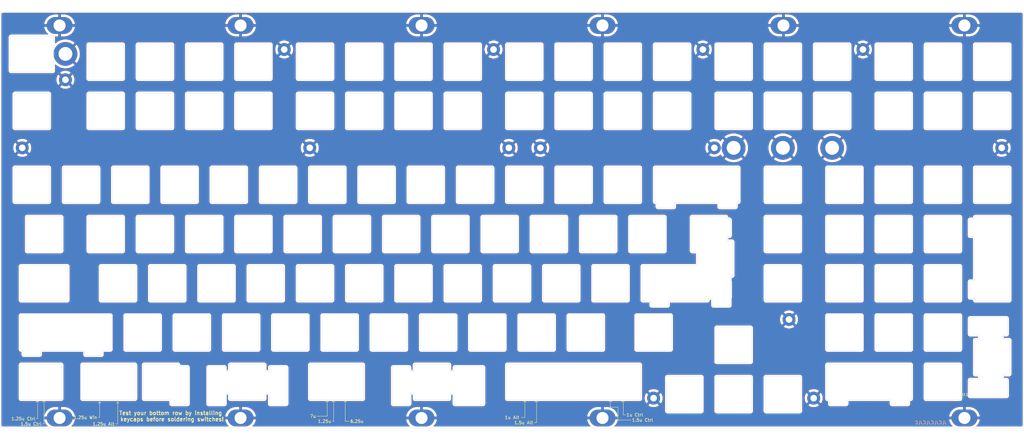
<source format=kicad_pcb>
(kicad_pcb (version 20200913) (generator pcbnew)
  (layers (0 "F.Cu" signal) (31 "B.Cu" signal) (34 "B.Paste" user) (35 "F.Paste" user) (36 "B.SilkS" user) (37 "F.SilkS" user) (38 "B.Mask" user) (39 "F.Mask" user) (44 "Edge.Cuts" user))
  (net 0 "")
  (net 1 "Mounting-hole")
  (module "acheronHardware:PEM-KF2-M3-ET_(solder-in)" (layer "F.Cu") (at 93 157.2)
    (fp_text reference "H8")
    (fp_text value "MountingHole_Pad")
    (pad "1" thru_hole oval (at 0 0) (size 10 6.5) (drill 4.6) (layers *.Cu *.Mask) (net 1 "Mounting-hole"))
  )
  (module "acheronHardware:PEM-KF2-M3-ET_(solder-in)" (layer "F.Cu") (at 373 5.375)
    (fp_text reference "H6")
    (fp_text value "MountingHole_Pad")
    (pad "1" thru_hole oval (at 0 0) (size 10 6.5) (drill 4.6) (layers *.Cu *.Mask) (net 1 "Mounting-hole"))
  )
  (module "MountingHole:MountingHole_2.5mm_Pad" (layer "F.Cu") (at 276.2623 52.7125)
    (fp_text reference "H20")
    (fp_text value "MountingHole_Pad")
    (pad "1" thru_hole circle (at 0 0) (size 5 5) (drill 2.5) (layers *.Cu *.Mask) (net 1 "Mounting-hole"))
  )
  (module "acheronHardware:PEM-KF2-M3-ET_(solder-in)" (layer "F.Cu") (at 373 157.2)
    (fp_text reference "H11" (at 0 -9 unlocked) (layer "F.SilkS"))
    (fp_text value "MountingHole_Pad")
    (pad "1" thru_hole oval (at 0 0) (size 10 6.5) (drill 4.6) (layers *.Cu *.Mask) (net 1 "Mounting-hole"))
  )
  (module "acheronHardware:PEM-KF2-M3-ET_(solder-in)" (layer "F.Cu") (at 233 157.2)
    (fp_text reference "H10")
    (fp_text value "MountingHole_Pad")
    (pad "1" thru_hole oval (at 0 0) (size 10 6.5) (drill 4.6) (layers *.Cu *.Mask) (net 1 "Mounting-hole"))
  )
  (module "MountingHole:MountingHole_5.3mm_M5_DIN965_Pad" (layer "F.Cu") (at 283.7255 52.7125)
    (fp_text reference "H26")
    (fp_text value "MountingHole_Pad")
    (pad "1" thru_hole circle (at 0 0) (size 9.2 9.2) (drill 5.3) (layers *.Cu *.Mask) (net 1 "Mounting-hole"))
  )
  (module "MountingHole:MountingHole_5.3mm_M5_DIN965_Pad" (layer "F.Cu") (at 321.8255 52.7125)
    (fp_text reference "H28")
    (fp_text value "MountingHole_Pad")
    (pad "1" thru_hole circle (at 0 0) (size 9.2 9.2) (drill 5.3) (layers *.Cu *.Mask) (net 1 "Mounting-hole"))
  )
  (module "MountingHole:MountingHole_2.5mm_Pad" (layer "F.Cu") (at 109.89425 14.675)
    (fp_text reference "H14")
    (fp_text value "MountingHole_Pad")
    (pad "1" thru_hole circle (at 0 0) (size 5 5) (drill 2.5) (layers *.Cu *.Mask) (net 1 "Mounting-hole"))
  )
  (module "acheronHardware:PEM-KF2-M3-ET_(solder-in)" (layer "F.Cu") (at 233 5.375)
    (fp_text reference "H4")
    (fp_text value "MountingHole_Pad")
    (pad "1" thru_hole oval (at 0 0) (size 10 6.5) (drill 4.6) (layers *.Cu *.Mask) (net 1 "Mounting-hole"))
  )
  (module "acheronHardware:PEM-KF2-M3-ET_(solder-in)" (layer "F.Cu") (at 23 5.375)
    (fp_text reference "H1")
    (fp_text value "MountingHole_Pad")
    (pad "1" thru_hole oval (at 0 0) (size 10 6.5) (drill 4.6) (layers *.Cu *.Mask) (net 1 "Mounting-hole"))
  )
  (module "MountingHole:MountingHole_2.5mm_Pad" (layer "F.Cu") (at 333.73175 14.675)
    (fp_text reference "H21")
    (fp_text value "MountingHole_Pad")
    (pad "1" thru_hole circle (at 0 0) (size 5 5) (drill 2.5) (layers *.Cu *.Mask) (net 1 "Mounting-hole"))
  )
  (module "MountingHole:MountingHole_2.5mm_Pad" (layer "F.Cu") (at 305.157 119.1)
    (fp_text reference "H24")
    (fp_text value "MountingHole_Pad")
    (pad "1" thru_hole circle (at 0 0) (size 5 5) (drill 2.5) (layers *.Cu *.Mask) (net 1 "Mounting-hole"))
  )
  (module "MountingHole:MountingHole_2.5mm_Pad" (layer "F.Cu") (at 190.85675 14.675)
    (fp_text reference "H16")
    (fp_text value "MountingHole_Pad")
    (pad "1" thru_hole circle (at 0 0) (size 5 5) (drill 2.5) (layers *.Cu *.Mask) (net 1 "Mounting-hole"))
  )
  (module "acheronHardware:PEM-KF2-M3-ET_(solder-in)" (layer "F.Cu") (at 23 157.2)
    (fp_text reference "H7")
    (fp_text value "MountingHole_Pad")
    (pad "1" thru_hole oval (at 0 0) (size 10 6.5) (drill 4.6) (layers *.Cu *.Mask) (net 1 "Mounting-hole"))
  )
  (module "MountingHole:MountingHole_2.5mm_Pad" (layer "F.Cu") (at 208.963 52.7125)
    (fp_text reference "H18")
    (fp_text value "MountingHole_Pad")
    (pad "1" thru_hole circle (at 0 0) (size 5 5) (drill 2.5) (layers *.Cu *.Mask) (net 1 "Mounting-hole"))
  )
  (module "MountingHole:MountingHole_2.5mm_Pad" (layer "F.Cu") (at 119.763 52.7125)
    (fp_text reference "H15")
    (fp_text value "MountingHole_Pad")
    (pad "1" thru_hole circle (at 0 0) (size 5 5) (drill 2.5) (layers *.Cu *.Mask) (net 1 "Mounting-hole"))
  )
  (module "acheronHardware:PEM-KF2-M3-ET_(solder-in)" (layer "F.Cu") (at 163 5.375)
    (fp_text reference "H3")
    (fp_text value "MountingHole_Pad")
    (pad "1" thru_hole oval (at 0 0) (size 10 6.5) (drill 4.6) (layers *.Cu *.Mask) (net 1 "Mounting-hole"))
  )
  (module "MountingHole:MountingHole_2.5mm_Pad" (layer "F.Cu") (at 25.263 26.375)
    (fp_text reference "H13")
    (fp_text value "MountingHole_Pad")
    (pad "1" thru_hole circle (at 0 0) (size 5 5) (drill 2.5) (layers *.Cu *.Mask) (net 1 "Mounting-hole"))
  )
  (module "MountingHole:MountingHole_2.5mm_Pad" (layer "F.Cu") (at 196.7623 52.7125)
    (fp_text reference "H17")
    (fp_text value "MountingHole_Pad")
    (pad "1" thru_hole circle (at 0 0) (size 5 5) (drill 2.5) (layers *.Cu *.Mask) (net 1 "Mounting-hole"))
  )
  (module "MountingHole:MountingHole_5.3mm_M5_DIN965_Pad" (layer "F.Cu") (at 25.263 16.375)
    (fp_text reference "H29")
    (fp_text value "MountingHole_Pad")
    (pad "1" thru_hole circle (at 0 0) (size 9.2 9.2) (drill 5.3) (layers *.Cu *.Mask) (net 1 "Mounting-hole"))
  )
  (module "MountingHole:MountingHole_2.5mm_Pad" (layer "F.Cu") (at 314.68175 149.531112)
    (fp_text reference "H25")
    (fp_text value "MountingHole_Pad")
    (pad "1" thru_hole circle (at 0 0) (size 5 5) (drill 2.5) (layers *.Cu *.Mask) (net 1 "Mounting-hole"))
  )
  (module "MountingHole:MountingHole_2.5mm_Pad" (layer "F.Cu") (at 271.81925 14.675)
    (fp_text reference "H19")
    (fp_text value "MountingHole_Pad")
    (pad "1" thru_hole circle (at 0 0) (size 5 5) (drill 2.5) (layers *.Cu *.Mask) (net 1 "Mounting-hole"))
  )
  (module "MountingHole:MountingHole_5.3mm_M5_DIN965_Pad" (layer "F.Cu") (at 302.7755 52.7125)
    (fp_text reference "H27")
    (fp_text value "MountingHole_Pad")
    (pad "1" thru_hole circle (at 0 0) (size 9.2 9.2) (drill 5.3) (layers *.Cu *.Mask) (net 1 "Mounting-hole"))
  )
  (module "acheronHardware:PEM-KF2-M3-ET_(solder-in)" (layer "F.Cu") (at 93 5.375)
    (fp_text reference "H2")
    (fp_text value "MountingHole_Pad")
    (pad "1" thru_hole oval (at 0 0) (size 10 6.5) (drill 4.6) (layers *.Cu *.Mask) (net 1 "Mounting-hole"))
  )
  (module "MountingHole:MountingHole_2.5mm_Pad" (layer "F.Cu") (at 8.563 52.7125)
    (fp_text reference "H12")
    (fp_text value "MountingHole_Pad")
    (pad "1" thru_hole circle (at 0 0) (size 5 5) (drill 2.5) (layers *.Cu *.Mask) (net 1 "Mounting-hole"))
  )
  (module "MountingHole:MountingHole_2.5mm_Pad" (layer "F.Cu") (at 252.76925 149.531112)
    (fp_text reference "H23")
    (fp_text value "MountingHole_Pad")
    (pad "1" thru_hole circle (at 0 0) (size 5 5) (drill 2.5) (layers *.Cu *.Mask) (net 1 "Mounting-hole"))
  )
  (module "MountingHole:MountingHole_2.5mm_Pad" (layer "F.Cu") (at 387.437 52.7125)
    (fp_text reference "H22")
    (fp_text value "MountingHole_Pad")
    (pad "1" thru_hole circle (at 0 0) (size 5 5) (drill 2.5) (layers *.Cu *.Mask) (net 1 "Mounting-hole"))
  )
  (module "acheronHardware:PEM-KF2-M3-ET_(solder-in)" (layer "F.Cu") (at 303 5.375)
    (fp_text reference "H5")
    (fp_text value "MountingHole_Pad")
    (pad "1" thru_hole oval (at 0 0) (size 10 6.5) (drill 4.6) (layers *.Cu *.Mask) (net 1 "Mounting-hole"))
  )
  (module "acheronHardware:PEM-KF2-M3-ET_(solder-in)" (layer "F.Cu") (at 163 157.2)
    (fp_text reference "H9")
    (fp_text value "MountingHole_Pad")
    (pad "1" thru_hole oval (at 0 0) (size 10 6.5) (drill 4.6) (layers *.Cu *.Mask) (net 1 "Mounting-hole"))
  )
  (gr_line (start 14 151) (end 14.5 150.5) (layer "F.SilkS") (width 0.15))
  (gr_line (start 202.5 151) (end 203 150.5) (layer "F.SilkS") (width 0.15))
  (gr_line (start 133.5 150.5) (end 133 151) (layer "F.SilkS") (width 0.15))
  (gr_line (start 236 150.5) (end 236 153) (layer "F.SilkS") (width 0.15))
  (gr_line (start 203 157) (end 201.5 157) (layer "F.SilkS") (width 0.15))
  (gr_line (start 14.5 157.5) (end 14.5 150.5) (layer "F.SilkS") (width 0.15))
  (gr_line (start 207.5 150.5) (end 207.5 159) (layer "F.SilkS") (width 0.15))
  (gr_line (start 126.5 150.5) (end 126.5 156.5) (layer "F.SilkS") (width 0.15))
  (gr_line (start 17 150.5) (end 16.5 151) (layer "F.SilkS") (width 0.15))
  (gr_line (start 129 150.5) (end 128.5 151) (layer "F.SilkS") (width 0.15))
  (gr_line (start 14.5 150.5) (end 14 151) (layer "F.SilkS") (width 0.15))
  (gr_line (start 45.5 151) (end 46 151.5) (layer "F.SilkS") (width 0.15))
  (gr_line (start 38.5 151) (end 39 151.5) (layer "F.SilkS") (width 0.15))
  (gr_line (start 207 151) (end 207.5 150.5) (layer "F.SilkS") (width 0.15))
  (gr_line (start 241 150.5) (end 241.5 151) (layer "F.SilkS") (width 0.15))
  (gr_line (start 241 150.5) (end 241 156) (layer "F.SilkS") (width 0.15))
  (gr_line (start 45.5 151) (end 45 151.5) (layer "F.SilkS") (width 0.15))
  (gr_line (start 207.5 150.5) (end 208 151) (layer "F.SilkS") (width 0.15))
  (gr_line (start 236 150.5) (end 236.5 151) (layer "F.SilkS") (width 0.15))
  (gr_line (start 241 156) (end 242 156) (layer "F.SilkS") (width 0.15))
  (gr_line (start 236 153) (end 239 153) (layer "F.SilkS") (width 0.15))
  (gr_line (start 126.5 150.5) (end 126 151) (layer "F.SilkS") (width 0.15))
  (gr_line (start 129 150.5) (end 129 158.5) (layer "F.SilkS") (width 0.15))
  (gr_line (start 126.5 156.5) (end 122.5 156.5) (layer "F.SilkS") (width 0.15))
  (gr_line (start 239 153) (end 239 158) (layer "F.SilkS") (width 0.15))
  (gr_line (start 128.5 151) (end 129 150.5) (layer "F.SilkS") (width 0.15))
  (gr_line (start 133.5 150.5) (end 133.5 158.5) (layer "F.SilkS") (width 0.15))
  (gr_line (start 17 159.5) (end 17 150.5) (layer "F.SilkS") (width 0.15))
  (gr_line (start 126 151) (end 126.5 150.5) (layer "F.SilkS") (width 0.15))
  (gr_line (start 207.5 150.5) (end 207 151) (layer "F.SilkS") (width 0.15))
  (gr_line (start 16.5 151) (end 17 150.5) (layer "F.SilkS") (width 0.15))
  (gr_line (start 45.5 151) (end 45.5 159.5) (layer "F.SilkS") (width 0.15))
  (gr_line (start 240.5 151) (end 241 150.5) (layer "F.SilkS") (width 0.15))
  (gr_line (start 133.5 158.5) (end 135 158.5) (layer "F.SilkS") (width 0.15))
  (gr_line (start 239 158) (end 244 158) (layer "F.SilkS") (width 0.15))
  (gr_line (start 129 158.5) (end 128.5 158.5) (layer "F.SilkS") (width 0.15))
  (gr_line (start 207.5 159) (end 206.5 159) (layer "F.SilkS") (width 0.15))
  (gr_line (start 14.5 151) (end 14.5 150.5) (layer "F.SilkS") (width 0.15))
  (gr_line (start 241 150.5) (end 240.5 151) (layer "F.SilkS") (width 0.15))
  (gr_line (start 17 150.5) (end 17.5 151) (layer "F.SilkS") (width 0.15))
  (gr_line (start 236 150.5) (end 235.5 151) (layer "F.SilkS") (width 0.15))
  (gr_line (start 236.5 151) (end 236 150.5) (layer "F.SilkS") (width 0.15))
  (gr_line (start 38.5 157) (end 38.5 151) (layer "F.SilkS") (width 0.15))
  (gr_line (start 17 159.5) (end 16.5 159.5) (layer "F.SilkS") (width 0.15))
  (gr_line (start 38.5 151) (end 38 151.5) (layer "F.SilkS") (width 0.15))
  (gr_line (start 14.5 150.5) (end 15 151) (layer "F.SilkS") (width 0.15))
  (gr_line (start 129 150.5) (end 129.5 151) (layer "F.SilkS") (width 0.15))
  (gr_line (start 38.5 157) (end 38 157) (layer "F.SilkS") (width 0.15))
  (gr_line (start 203 150.5) (end 203 157) (layer "F.SilkS") (width 0.15))
  (gr_line (start 203 150.5) (end 202.5 151) (layer "F.SilkS") (width 0.15))
  (gr_line (start 203 150.5) (end 203.5 151) (layer "F.SilkS") (width 0.15))
  (gr_line (start 38 151.5) (end 38.5 151) (layer "F.SilkS") (width 0.15))
  (gr_line (start 14.5 157.5) (end 14 157.5) (layer "F.SilkS") (width 0.15))
  (gr_line (start 133.5 150.5) (end 134 151) (layer "F.SilkS") (width 0.15))
  (gr_line (start 45.5 159.5) (end 44.5 159.5) (layer "F.SilkS") (width 0.15))
  (gr_line (start 127 151) (end 126.5 150.5) (layer "F.SilkS") (width 0.15))
  (gr_arc (start 209.263 44.925002) (end 209.263 45.425001) (angle -90) (layer "Edge.Cuts") (width 0.1))
  (gr_arc (start 377.238 12.875002) (end 377.238 12.375002) (angle -90) (layer "Edge.Cuts") (width 0.1))
  (gr_arc (start 180.688 92.550001) (end 180.688 93.050001) (angle -90) (layer "Edge.Cuts") (width 0.1))
  (gr_arc (start 143.8755 117.650001) (end 143.8755 117.150001) (angle -90) (layer "Edge.Cuts") (width 0.1))
  (gr_line (start 128.3005 26.375002) (end 115.3005 26.375002) (layer "Edge.Cuts") (width 0.1))
  (gr_arc (start 115.3005 44.925002) (end 114.8005 44.925002) (angle -90) (layer "Edge.Cuts") (width 0.1))
  (gr_line (start 134.3505 12.375002) (end 147.3505 12.375001) (layer "Edge.Cuts") (width 0.1))
  (gr_line (start 269.58175 93.350001) (end 269.58175 97.800001) (layer "Edge.Cuts") (width 0.1))
  (gr_arc (start 333.088 79.550001) (end 333.588 79.550001) (angle -90) (layer "Edge.Cuts") (width 0.1))
  (gr_line (start 200.5255 130.650001) (end 200.5255 117.650001) (layer "Edge.Cuts") (width 0.1))
  (gr_line (start 104.488 93.050001) (end 91.488 93.050001) (layer "Edge.Cuts") (width 0.1))
  (gr_line (start 115.3005 45.425002) (end 128.3005 45.425001) (layer "Edge.Cuts") (width 0.1))
  (gr_line (start 66.887999 92.550001) (end 66.887999 79.550001) (layer "Edge.Cuts") (width 0.1))
  (gr_arc (start 371.188 111.6) (end 371.188 112.100001) (angle -90) (layer "Edge.Cuts") (width 0.1))
  (gr_line (start 389.738 148.613001) (end 389.738 142.613001) (layer "Edge.Cuts") (width 0.1))
  (gr_arc (start 358.188 60.500002) (end 358.188 60.000002) (angle -90) (layer "Edge.Cuts") (width 0.1))
  (gr_line (start 233.863 44.925002) (end 233.863 31.925002) (layer "Edge.Cuts") (width 0.1))
  (gr_circle (center 252.769251 149.531113) (end 251.519251 149.531113) (layer "Edge.Cuts") (width 0.1))
  (gr_arc (start 160.544251 149.700001) (end 160.044251 149.700002) (angle -90) (layer "Edge.Cuts") (width 0.1))
  (gr_arc (start 158.163 73.500001) (end 157.663 73.500001) (angle -90) (layer "Edge.Cuts") (width 0.1))
  (gr_arc (start 377.238 44.925001) (end 376.738 44.925002) (angle -90) (layer "Edge.Cuts") (width 0.1))
  (gr_arc (start 309.2755 31.925002) (end 309.7755 31.925002) (angle -90) (layer "Edge.Cuts") (width 0.1))
  (gr_arc (start 123.538 79.550001) (end 124.038 79.550001) (angle -90) (layer "Edge.Cuts") (width 0.1))
  (gr_arc (start 258.1755 154.4625) (end 257.6755 154.462501) (angle -90) (layer "Edge.Cuts") (width 0.1))
  (gr_line (start 282.08175 80.137001) (end 281.5005 80.137001) (layer "Edge.Cuts") (width 0.1))
  (gr_line (start 160.04425 147.900001) (end 160.044251 149.700002) (layer "Edge.Cuts") (width 0.1))
  (gr_line (start 390.238 126.675001) (end 388.238 126.675001) (layer "Edge.Cuts") (width 0.1))
  (gr_arc (start 31.95675 136.700001) (end 31.95675 136.200001) (angle -90) (layer "Edge.Cuts") (width 0.1))
  (gr_line (start 174.044251 149.700002) (end 174.044251 147.900001) (layer "Edge.Cuts") (width 0.1))
  (gr_arc (start 282.081749 110.513001) (end 282.49475 110.794836) (angle -34.3099927) (layer "Edge.Cuts") (width 0.1))
  (gr_line (start 358.188 150.200001) (end 371.188 150.200001) (layer "Edge.Cuts") (width 0.1))
  (gr_line (start 195.763 136.700001) (end 195.763 149.700001) (layer "Edge.Cuts") (width 0.1))
  (gr_line (start 243.1005 98.600001) (end 243.1005 111.600001) (layer "Edge.Cuts") (width 0.1))
  (gr_arc (start 55.76925 149.700001) (end 55.26925 149.700001) (angle -90) (layer "Edge.Cuts") (width 0.1))
  (gr_line (start 261 74.000001) (end 261 75.500001) (layer "Edge.Cuts") (width 0.1))
  (gr_arc (start 91.488 31.925002) (end 91.488 31.425002) (angle -90) (layer "Edge.Cuts") (width 0.1))
  (gr_line (start 320.088 79.050001) (end 333.088 79.050001) (layer "Edge.Cuts") (width 0.1))
  (gr_line (start 103.844751 139.200002) (end 102.806751 139.200002) (layer "Edge.Cuts") (width 0.1))
  (gr_arc (start 37.813 73.500001) (end 37.813 74.000001) (angle -90) (layer "Edge.Cuts") (width 0.1))
  (gr_arc (start 118.775499 130.650001) (end 118.7755 131.150001) (angle -90) (layer "Edge.Cuts") (width 0.1))
  (gr_arc (start 37.813 60.500002) (end 38.313 60.500002) (angle -90) (layer "Edge.Cuts") (width 0.1))
  (gr_arc (start 296.2755 111.6) (end 295.7755 111.600001) (angle -90) (layer "Edge.Cuts") (width 0.1))
  (gr_line (start 247.863 60.500002) (end 247.863 73.500001) (layer "Edge.Cuts") (width 0.1))
  (gr_arc (start 153.4005 44.925002) (end 152.9005 44.925002) (angle -90) (layer "Edge.Cuts") (width 0.1))
  (gr_line (start 375.238 111.013001) (end 376.438 111.013001) (layer "Edge.Cuts") (width 0.1))
  (gr_line (start 395 161) (end 1.000001 161) (layer "Edge.Cuts") (width 0.1))
  (gr_line (start 104.988 31.925002) (end 104.988 44.925002) (layer "Edge.Cuts") (width 0.1))
  (gr_arc (start 181.9755 117.650001) (end 181.9755 117.150001) (angle -90) (layer "Edge.Cuts") (width 0.1))
  (gr_arc (start 52.1005 98.600001) (end 52.6005 98.600001) (angle -90) (layer "Edge.Cuts") (width 0.1))
  (gr_arc (start 246.26925 117.650001) (end 246.26925 117.150001) (angle -90) (layer "Edge.Cuts") (width 0.1))
  (gr_line (start 233.0755 117.150001) (end 220.0755 117.150001) (layer "Edge.Cuts") (width 0.1))
  (gr_line (start 104.544751 152.200002) (end 110.544751 152.200002) (layer "Edge.Cuts") (width 0.1))
  (gr_arc (start 277.2255 135.412501) (end 276.7255 135.412501) (angle -90) (layer "Edge.Cuts") (width 0.1))
  (gr_arc (start 72.438 44.925001) (end 71.938 44.925002) (angle -90) (layer "Edge.Cuts") (width 0.1))
  (gr_arc (start 377.238 79.550001) (end 377.238 79.050001) (angle -90) (layer "Edge.Cuts") (width 0.1))
  (gr_line (start 104.488 12.375002) (end 91.488 12.375002) (layer "Edge.Cuts") (width 0.1))
  (gr_arc (start 5.763001 60.500001) (end 5.763001 60.000001) (angle -90) (layer "Edge.Cuts") (width 0.1))
  (gr_arc (start 115.3005 98.600001) (end 115.3005 98.100001) (angle -90) (layer "Edge.Cuts") (width 0.1))
  (gr_arc (start 277.2255 12.875002) (end 277.2255 12.375002) (angle -90) (layer "Edge.Cuts") (width 0.1))
  (gr_line (start 102.806751 147.700002) (end 103.844751 147.700002) (layer "Edge.Cuts") (width 0.1))
  (gr_line (start 85.438 12.375002) (end 72.438 12.375002) (layer "Edge.Cuts") (width 0.1))
  (gr_line (start 252.11875 114.100001) (end 258.118749 114.100001) (layer "Edge.Cuts") (width 0.1))
  (gr_line (start 281.2005 88.275001) (end 281.2005 87.437001) (layer "Edge.Cuts") (width 0.1))
  (gr_line (start 119.563001 136.700002) (end 119.563001 149.700002) (layer "Edge.Cuts") (width 0.1))
  (gr_line (start 174.044251 139.000002) (end 174.044251 136.700002) (layer "Edge.Cuts") (width 0.1))
  (gr_arc (start 395 1.000001) (end 396 1) (angle -90) (layer "Edge.Cuts") (width 0.1))
  (gr_line (start 8.144251 131.150001) (end 8.431251 131.150001) (layer "Edge.Cuts") (width 0.1))
  (gr_line (start 338.638 111.600001) (end 338.638 98.600001) (layer "Edge.Cuts") (width 0.1))
  (gr_arc (start 185.4505 44.925001) (end 185.4505 45.425001) (angle -90) (layer "Edge.Cuts") (width 0.1))
  (gr_line (start 333.588 130.650001) (end 333.588 117.650001) (layer "Edge.Cuts") (width 0.1))
  (gr_arc (start 266.413 44.925001) (end 266.413 45.425001) (angle -90) (layer "Edge.Cuts") (width 0.1))
  (gr_arc (start 371.188 31.925002) (end 371.688 31.925002) (angle -90) (layer "Edge.Cuts") (width 0.1))
  (gr_arc (start 134.3505 98.600001) (end 134.3505 98.100001) (angle -90) (layer "Edge.Cuts") (width 0.1))
  (gr_line (start 47.338 79.050001) (end 34.338 79.050001) (layer "Edge.Cuts") (width 0.1))
  (gr_line (start 110.544751 137.200002) (end 104.544751 137.200002) (layer "Edge.Cuts") (width 0.1))
  (gr_line (start 352.637999 60.500002) (end 352.637999 73.500001) (layer "Edge.Cuts") (width 0.1))
  (gr_line (start 152.613 73.500001) (end 152.613 60.500002) (layer "Edge.Cuts") (width 0.1))
  (gr_line (start 124.038 92.550001) (end 124.038 79.550001) (layer "Edge.Cuts") (width 0.1))
  (gr_line (start 351.551 150.500001) (end 351.550999 151.700001) (layer "Edge.Cuts") (width 0.1))
  (gr_line (start 387.738 126.175001) (end 387.738 125.737001) (layer "Edge.Cuts") (width 0.1))
  (gr_line (start 33.838 12.875002) (end 33.838 25.875002) (layer "Edge.Cuts") (width 0.1))
  (gr_arc (start 376.437999 87.437001) (end 376.738 87.437001) (angle -90) (layer "Edge.Cuts") (width 0.1))
  (gr_line (start 10.525501 79.05) (end 23.5255 79.050001) (layer "Edge.Cuts") (width 0.1))
  (gr_arc (start 220.0755 117.65) (end 220.0755 117.150001) (angle -90) (layer "Edge.Cuts") (width 0.1))
  (gr_line (start 148.638 93.050001) (end 161.638 93.050001) (layer "Edge.Cuts") (width 0.1))
  (gr_line (start 371.688 130.650001) (end 371.688 117.650001) (layer "Edge.Cuts") (width 0.1))
  (gr_line (start 271.6755 154.462501) (end 271.6755 141.462501) (layer "Edge.Cuts") (width 0.1))
  (gr_arc (start 159.844251 139.000001) (end 159.844251 139.200002) (angle -90) (layer "Edge.Cuts") (width 0.1))
  (gr_line (start 243.388 79.550001) (end 243.388 92.550001) (layer "Edge.Cuts") (width 0.1))
  (gr_arc (start 234.363 73.500001) (end 233.863 73.500001) (angle -90) (layer "Edge.Cuts") (width 0.1))
  (gr_arc (start 388.238 126.175) (end 387.738 126.175001) (angle -90) (layer "Edge.Cuts") (width 0.1))
  (gr_line (start 390.737999 31.925002) (end 390.737999 44.925002) (layer "Edge.Cuts") (width 0.1))
  (gr_arc (start 390.238 140.175) (end 390.238 140.675001) (angle -90) (layer "Edge.Cuts") (width 0.1))
  (gr_line (start 185.4505 12.375002) (end 172.4505 12.375002) (layer "Edge.Cuts") (width 0.1))
  (gr_line (start 357.688 136.700001) (end 357.688 149.700001) (layer "Edge.Cuts") (width 0.1))
  (gr_arc (start 333.088 117.650001) (end 333.588 117.650001) (angle -90) (layer "Edge.Cuts") (width 0.1))
  (gr_line (start 276.7255 154.462501) (end 276.7255 141.462501) (layer "Edge.Cuts") (width 0.1))
  (gr_arc (start 85.438 31.925002) (end 85.938 31.925002) (angle -90) (layer "Edge.Cuts") (width 0.1))
  (gr_line (start 67.1755 130.650001) (end 67.1755 117.650001) (layer "Edge.Cuts") (width 0.1))
  (gr_line (start 234.363 12.375002) (end 247.363 12.375001) (layer "Edge.Cuts") (width 0.1))
  (gr_arc (start 148.638 79.550001) (end 148.638 79.050001) (angle -90) (layer "Edge.Cuts") (width 0.1))
  (gr_arc (start 80.6755 117.650001) (end 81.1755 117.650001) (angle -90) (layer "Edge.Cuts") (width 0.1))
  (gr_arc (start 1.000001 1.000001) (end 1.000001 0.000001) (angle -90) (layer "Edge.Cuts") (width 0.1))
  (gr_line (start 47.838 92.550001) (end 47.838 79.550001) (layer "Edge.Cuts") (width 0.1))
  (gr_arc (start 31.95675 149.700001) (end 31.45675 149.700001) (angle -90) (layer "Edge.Cuts") (width 0.1))
  (gr_line (start 284.876 74.000001) (end 284.876 75.500001) (layer "Edge.Cuts") (width 0.1))
  (gr_line (start 185.4505 98.100001) (end 172.4505 98.100001) (layer "Edge.Cuts") (width 0.1))
  (gr_arc (start 204.5005 98.600001) (end 205.0005 98.600001) (angle -90) (layer "Edge.Cuts") (width 0.1))
  (gr_line (start 374.738 104.513001) (end 374.738 110.513001) (layer "Edge.Cuts") (width 0.1))
  (gr_arc (start 185.4505 25.875002) (end 185.4505 26.375002) (angle -90) (layer "Edge.Cuts") (width 0.1))
  (gr_circle (center 283.725501 52.712501) (end 281.075501 52.712501) (layer "Edge.Cuts") (width 0.1))
  (gr_line (start 120.063001 150.200002) (end 140.20675 150.200001) (layer "Edge.Cuts") (width 0.1))
  (gr_arc (start 377.238 73.5) (end 376.738 73.500001) (angle -90) (layer "Edge.Cuts") (width 0.1))
  (gr_arc (start 75.913 60.500002) (end 76.413 60.500002) (angle -90) (layer "Edge.Cuts") (width 0.1))
  (gr_arc (start 320.088 117.650001) (end 320.088 117.150001) (angle -90) (layer "Edge.Cuts") (width 0.1))
  (gr_arc (start 161.638 79.550001) (end 162.138 79.550001) (angle -90) (layer "Edge.Cuts") (width 0.1))
  (gr_line (start 87.20675 139.000002) (end 87.20675 137.700001) (layer "Edge.Cuts") (width 0.1))
  (gr_line (start 296.2755 93.050001) (end 309.2755 93.050001) (layer "Edge.Cuts") (width 0.1))
  (gr_line (start 34.338 93.050001) (end 47.338 93.050001) (layer "Edge.Cuts") (width 0.1))
  (gr_line (start 81.463 73.500001) (end 81.463 60.500002) (layer "Edge.Cuts") (width 0.1))
  (gr_arc (start 352.138 92.55) (end 352.138 93.050001) (angle -90) (layer "Edge.Cuts") (width 0.1))
  (gr_arc (start 34.338 25.875002) (end 33.838 25.875002) (angle -90) (layer "Edge.Cuts") (width 0.1))
  (gr_arc (start 377.238 140.175001) (end 376.738 140.175001) (angle -90) (layer "Edge.Cuts") (width 0.1))
  (gr_line (start 166.9005 98.600001) (end 166.9005 111.600001) (layer "Edge.Cuts") (width 0.1))
  (gr_arc (start 285.463 60.500002) (end 285.963 60.500002) (angle -90) (layer "Edge.Cuts") (width 0.1))
  (gr_arc (start 390.237999 12.875001) (end 390.737999 12.875002) (angle -90) (layer "Edge.Cuts") (width 0.1))
  (gr_line (start 396 1) (end 396 160) (layer "Edge.Cuts") (width 0.1))
  (gr_arc (start 177.213 73.500001) (end 176.713 73.500001) (angle -90) (layer "Edge.Cuts") (width 0.1))
  (gr_arc (start 290.2255 44.925001) (end 290.2255 45.425001) (angle -90) (layer "Edge.Cuts") (width 0.1))
  (gr_arc (start 309.2755 79.550001) (end 309.7755 79.550001) (angle -90) (layer "Edge.Cuts") (width 0.1))
  (gr_arc (start 123.538 92.550001) (end 123.538 93.050001) (angle -90) (layer "Edge.Cuts") (width 0.1))
  (gr_line (start 148.138 79.550001) (end 148.138 92.550001) (layer "Edge.Cuts") (width 0.1))
  (gr_line (start 72.438 31.425002) (end 85.438 31.425001) (layer "Edge.Cuts") (width 0.1))
  (gr_arc (start 258.91875 112.400001) (end 258.91875 112.100001) (angle -90) (layer "Edge.Cuts") (width 0.1))
  (gr_arc (start 285.463 73.5) (end 285.463 74.000001) (angle -90) (layer "Edge.Cuts") (width 0.1))
  (gr_line (start 296.2755 140.962501) (end 309.2755 140.962501) (layer "Edge.Cuts") (width 0.1))
  (gr_arc (start 105.7755 117.650001) (end 105.7755 117.150001) (angle -90) (layer "Edge.Cuts") (width 0.1))
  (gr_arc (start 66.387999 92.550001) (end 66.387999 93.050001) (angle -90) (layer "Edge.Cuts") (width 0.1))
  (gr_arc (start 56.863 60.500002) (end 57.363 60.500002) (angle -90) (layer "Edge.Cuts") (width 0.1))
  (gr_line (start 390.238 26.375002) (end 377.238 26.375001) (layer "Edge.Cuts") (width 0.1))
  (gr_arc (start 358.188 12.875001) (end 358.188 12.375002) (angle -90) (layer "Edge.Cuts") (width 0.1))
  (gr_line (start 220.0755 131.150001) (end 233.0755 131.150001) (layer "Edge.Cuts") (width 0.1))
  (gr_line (start 339.138 12.375002) (end 352.138 12.375002) (layer "Edge.Cuts") (width 0.1))
  (gr_arc (start 53.388 25.875002) (end 52.888 25.875002) (angle -90) (layer "Edge.Cuts") (width 0.1))
  (gr_line (start 253.413 12.375002) (end 266.413 12.375001) (layer "Edge.Cuts") (width 0.1))
  (gr_line (start 352.637999 98.600001) (end 352.637999 111.600001) (layer "Edge.Cuts") (width 0.1))
  (gr_arc (start 256.887999 92.550001) (end 256.887999 93.050001) (angle -90) (layer "Edge.Cuts") (width 0.1))
  (gr_line (start 57.6505 98.600001) (end 57.6505 111.600001) (layer "Edge.Cuts") (width 0.1))
  (gr_line (start 224.0505 98.600001) (end 224.0505 111.600001) (layer "Edge.Cuts") (width 0.1))
  (gr_arc (start 81.963 60.500002) (end 81.963 60.000002) (angle -90) (layer "Edge.Cuts") (width 0.1))
  (gr_arc (start 389.238 142.613001) (end 389.738 142.613001) (angle -90) (layer "Edge.Cuts") (width 0.1))
  (gr_arc (start 9.231251 132.650001) (end 8.731251 132.650001) (angle -90) (layer "Edge.Cuts") (width 0.1))
  (gr_arc (start 94.963 73.500001) (end 94.963 74.000001) (angle -90) (layer "Edge.Cuts") (width 0.1))
  (gr_line (start 333.088 74.000001) (end 320.088 74.000001) (layer "Edge.Cuts") (width 0.1))
  (gr_line (start 34.338 26.375002) (end 47.338 26.375002) (layer "Edge.Cuts") (width 0.1))
  (gr_line (start 259.26925 117.150001) (end 246.26925 117.150001) (layer "Edge.Cuts") (width 0.1))
  (gr_arc (start 120.063 60.500002) (end 120.063 60.000002) (angle -90) (layer "Edge.Cuts") (width 0.1))
  (gr_arc (start 215.313 25.875002) (end 214.813 25.875002) (angle -90) (layer "Edge.Cuts") (width 0.1))
  (gr_arc (start 271.1755 154.462501) (end 271.1755 154.962501) (angle -90) (layer "Edge.Cuts") (width 0.1))
  (gr_arc (start 320.088 98.600001) (end 320.088 98.100001) (angle -90) (layer "Edge.Cuts") (width 0.1))
  (gr_arc (start 186.706749 151.7) (end 186.70675 152.200001) (angle -90) (layer "Edge.Cuts") (width 0.1))
  (gr_line (start 195.4755 117.650001) (end 195.4755 130.650001) (layer "Edge.Cuts") (width 0.1))
  (gr_arc (start 166.4005 111.600001) (end 166.4005 112.100001) (angle -90) (layer "Edge.Cuts") (width 0.1))
  (gr_arc (start 166.4005 12.875001) (end 166.9005 12.875002) (angle -90) (layer "Edge.Cuts") (width 0.1))
  (gr_arc (start 327.175 151.7) (end 327.175 152.200001) (angle -90) (layer "Edge.Cuts") (width 0.1))
  (gr_arc (start 224.838 92.550001) (end 224.338 92.550001) (angle -90) (layer "Edge.Cuts") (width 0.1))
  (gr_line (start 25.90675 98.100001) (end 8.144251 98.100001) (layer "Edge.Cuts") (width 0.1))
  (gr_line (start 85.938 31.925002) (end 85.938 44.925002) (layer "Edge.Cuts") (width 0.1))
  (gr_arc (start 101.013 60.500002) (end 101.013 60.000002) (angle -90) (layer "Edge.Cuts") (width 0.1))
  (gr_line (start 377.238 112.100001) (end 390.238 112.100001) (layer "Edge.Cuts") (width 0.1))
  (gr_line (start 309.2755 79.050001) (end 296.2755 79.050001) (layer "Edge.Cuts") (width 0.1))
  (gr_arc (start 139.113 73.500001) (end 138.613 73.500001) (angle -90) (layer "Edge.Cuts") (width 0.1))
  (gr_line (start 133.8505 44.925002) (end 133.8505 31.925002) (layer "Edge.Cuts") (width 0.1))
  (gr_line (start 91.488 26.375002) (end 104.488 26.375002) (layer "Edge.Cuts") (width 0.1))
  (gr_arc (start 296.2755 92.55) (end 295.7755 92.550001) (angle -90) (layer "Edge.Cuts") (width 0.1))
  (gr_line (start 388.238 125.237001) (end 389.238 125.237001) (layer "Edge.Cuts") (width 0.1))
  (gr_line (start 114.8005 25.875002) (end 114.8005 12.875002) (layer "Edge.Cuts") (width 0.1))
  (gr_arc (start 290.2255 154.462501) (end 290.2255 154.962501) (angle -90) (layer "Edge.Cuts") (width 0.1))
  (gr_arc (start 267.700499 79.550001) (end 267.700499 79.050001) (angle -90) (layer "Edge.Cuts") (width 0.1))
  (gr_arc (start 390.237999 127.175) (end 390.737999 127.175001) (angle -90) (layer "Edge.Cuts") (width 0.1))
  (gr_line (start 72.913001 151.700002) (end 72.913001 137.700002) (layer "Edge.Cuts") (width 0.1))
  (gr_line (start 52.100501 136.200002) (end 31.95675 136.200001) (layer "Edge.Cuts") (width 0.1))
  (gr_line (start 71.938 92.550001) (end 71.938 79.550001) (layer "Edge.Cuts") (width 0.1))
  (gr_line (start 205.788 79.050001) (end 218.788 79.050001) (layer "Edge.Cuts") (width 0.1))
  (gr_circle (center 93.000001 157.200001) (end 90.700001 157.200001) (layer "Edge.Cuts") (width 0.1))
  (gr_line (start 390.238 79.050001) (end 377.238 79.050001) (layer "Edge.Cuts") (width 0.1))
  (gr_arc (start 358.188 44.925002) (end 357.688 44.925002) (angle -90) (layer "Edge.Cuts") (width 0.1))
  (gr_line (start 18.762999 31.425002) (end 5.763001 31.425002) (layer "Edge.Cuts") (width 0.1))
  (gr_line (start 124.8255 131.150001) (end 137.8255 131.150001) (layer "Edge.Cuts") (width 0.1))
  (gr_line (start 114.8005 31.925002) (end 114.8005 44.925002) (layer "Edge.Cuts") (width 0.1))
  (gr_arc (start 352.137999 73.500001) (end 352.138 74.000001) (angle -90) (layer "Edge.Cuts") (width 0.1))
  (gr_arc (start 234.363 44.925002) (end 233.863 44.925002) (angle -90) (layer "Edge.Cuts") (width 0.1))
  (gr_arc (start 104.544751 151.700002) (end 104.044751 151.700002) (angle -90) (layer "Edge.Cuts") (width 0.1))
  (gr_line (start 389.238 118.237001) (end 375.238 118.237001) (layer "Edge.Cuts") (width 0.1))
  (gr_line (start 378.238 142.113001) (end 375.238 142.113001) (layer "Edge.Cuts") (width 0.1))
  (gr_arc (start 327.975 150.5) (end 327.975 150.200001) (angle -90) (layer "Edge.Cuts") (width 0.1))
  (gr_arc (start 339.138 25.875001) (end 338.638 25.875002) (angle -90) (layer "Edge.Cuts") (width 0.1))
  (gr_line (start 260.5 76.000001) (end 254.5 76.000001) (layer "Edge.Cuts") (width 0.1))
  (gr_line (start 105.2755 130.650001) (end 105.2755 117.650001) (layer "Edge.Cuts") (width 0.1))
  (gr_line (start 258.1755 154.962501) (end 271.1755 154.962501) (layer "Edge.Cuts") (width 0.1))
  (gr_line (start 352.638 130.650001) (end 352.637999 117.650001) (layer "Edge.Cuts") (width 0.1))
  (gr_arc (start 137.8255 117.650001) (end 138.3255 117.650001) (angle -90) (layer "Edge.Cuts") (width 0.1))
  (gr_arc (start 23.525501 149.700002) (end 23.525501 150.200002) (angle -90) (layer "Edge.Cuts") (width 0.1))
  (gr_line (start 124.3255 117.650001) (end 124.3255 130.650001) (layer "Edge.Cuts") (width 0.1))
  (gr_line (start 274.05675 111.600001) (end 274.05675 111.313001) (layer "Edge.Cuts") (width 0.1))
  (gr_arc (start 129.588 79.55) (end 129.588 79.050001) (angle -90) (layer "Edge.Cuts") (width 0.1))
  (gr_arc (start 172.4505 98.600001) (end 172.4505 98.100001) (angle -90) (layer "Edge.Cuts") (width 0.1))
  (gr_arc (start 175.282251 147.900001) (end 175.482251 147.900001) (angle -90) (layer "Edge.Cuts") (width 0.1))
  (gr_line (start 276.7255 25.875002) (end 276.7255 12.875002) (layer "Edge.Cuts") (width 0.1))
  (gr_arc (start 328.325499 12.875001) (end 328.825499 12.875002) (angle -90) (layer "Edge.Cuts") (width 0.1))
  (gr_arc (start 34.338 44.925001) (end 33.838 44.925002) (angle -90) (layer "Edge.Cuts") (width 0.1))
  (gr_line (start 283.58175 102.075001) (end 283.58175 89.075001) (layer "Edge.Cuts") (width 0.1))
  (gr_arc (start 42.5755 117.650001) (end 43.075499 117.650001) (angle -90) (layer "Edge.Cuts") (width 0.1))
  (gr_line (start 390.238 45.425001) (end 377.238 45.425001) (layer "Edge.Cuts") (width 0.1))
  (gr_line (start 95.750499 111.600001) (end 95.750499 98.600001) (layer "Edge.Cuts") (width 0.1))
  (gr_line (start 76.7005 111.600001) (end 76.700499 98.600001) (layer "Edge.Cuts") (width 0.1))
  (gr_line (start 309.7755 111.600001) (end 309.7755 98.600001) (layer "Edge.Cuts") (width 0.1))
  (gr_arc (start 390.238 111.6) (end 390.238 112.100001) (angle -90) (layer "Edge.Cuts") (width 0.1))
  (gr_line (start 219.288 79.550001) (end 219.288 92.550001) (layer "Edge.Cuts") (width 0.1))
  (gr_line (start 309.7755 12.875002) (end 309.7755 25.875002) (layer "Edge.Cuts") (width 0.1))
  (gr_arc (start 53.388 31.925002) (end 53.388 31.425002) (angle -90) (layer "Edge.Cuts") (width 0.1))
  (gr_line (start 69.26925 137.000002) (end 69.26925 136.700001) (layer "Edge.Cuts") (width 0.1))
  (gr_line (start 138.613 60.500002) (end 138.613 73.500001) (layer "Edge.Cuts") (width 0.1))
  (gr_arc (start 281.5005 87.437001) (end 281.5005 87.137001) (angle -90) (layer "Edge.Cuts") (width 0.1))
  (gr_arc (start 275.194749 111.313001) (end 275.49475 111.313001) (angle -90) (layer "Edge.Cuts") (width 0.1))
  (gr_line (start 191.0005 98.600001) (end 191.0005 111.600001) (layer "Edge.Cuts") (width 0.1))
  (gr_arc (start 8.144251 117.650001) (end 8.144251 117.150001) (angle -90) (layer "Edge.Cuts") (width 0.1))
  (gr_line (start 85.938 25.875002) (end 85.938 12.875002) (layer "Edge.Cuts") (width 0.1))
  (gr_arc (start 103.844751 139.000001) (end 103.844751 139.200002) (angle -90) (layer "Edge.Cuts") (width 0.1))
  (gr_line (start 314.8255 25.875002) (end 314.8255 12.875002) (layer "Edge.Cuts") (width 0.1))
  (gr_arc (start 251.31875 112.400001) (end 251.61875 112.400001) (angle -90) (layer "Edge.Cuts") (width 0.1))
  (gr_line (start 5.763001 60.000001) (end 18.763 60.000001) (layer "Edge.Cuts") (width 0.1))
  (gr_arc (start 339.138 111.6) (end 338.638 111.600001) (angle -90) (layer "Edge.Cuts") (width 0.1))
  (gr_line (start 10.0255 92.55) (end 10.025501 79.55) (layer "Edge.Cuts") (width 0.1))
  (gr_arc (start 275.99475 113.6) (end 275.49475 113.600001) (angle -90) (layer "Edge.Cuts") (width 0.1))
  (gr_circle (center 373.000001 157.200001) (end 370.700001 157.200001) (layer "Edge.Cuts") (width 0.1))
  (gr_line (start 128.8005 12.875002) (end 128.8005 25.875002) (layer "Edge.Cuts") (width 0.1))
  (gr_arc (start 376.437999 111.313001) (end 376.738 111.313001) (angle -90) (layer "Edge.Cuts") (width 0.1))
  (gr_line (start 247.863 31.925002) (end 247.863 44.925002) (layer "Edge.Cuts") (width 0.1))
  (gr_arc (start 20.263 22.875001) (end 20.263 23.375001) (angle -90) (layer "Edge.Cuts") (width 0.1))
  (gr_line (start 139.113 74.000001) (end 152.113 74.000001) (layer "Edge.Cuts") (width 0.1))
  (gr_circle (center 276.262301 52.712501) (end 275.012301 52.712501) (layer "Edge.Cuts") (width 0.1))
  (gr_arc (start 390.237999 31.925001) (end 390.737999 31.925002) (angle -90) (layer "Edge.Cuts") (width 0.1))
  (gr_arc (start 153.4005 25.875002) (end 152.9005 25.875002) (angle -90) (layer "Edge.Cuts") (width 0.1))
  (gr_line (start 119.563 60.500002) (end 119.563 73.500001) (layer "Edge.Cuts") (width 0.1))
  (gr_arc (start 86.7255 130.650001) (end 86.225499 130.650001) (angle -90) (layer "Edge.Cuts") (width 0.1))
  (gr_line (start 86.7255 131.150001) (end 99.7255 131.150001) (layer "Edge.Cuts") (width 0.1))
  (gr_arc (start 352.137999 149.700001) (end 352.138 150.200001) (angle -90) (layer "Edge.Cuts") (width 0.1))
  (gr_line (start 31.45675 136.700001) (end 31.45675 149.700001) (layer "Edge.Cuts") (width 0.1))
  (gr_arc (start 209.263 31.925002) (end 209.763 31.925002) (angle -90) (layer "Edge.Cuts") (width 0.1))
  (gr_line (start 52.1005 112.100001) (end 39.1005 112.100001) (layer "Edge.Cuts") (width 0.1))
  (gr_arc (start 358.188 79.550001) (end 358.188 79.050001) (angle -90) (layer "Edge.Cuts") (width 0.1))
  (gr_line (start 147.3505 26.375002) (end 134.3505 26.375002) (layer "Edge.Cuts") (width 0.1))
  (gr_arc (start 4.263001 9.875001) (end 4.263 9.375001) (angle -90) (layer "Edge.Cuts") (width 0.1))
  (gr_line (start 215.313 31.425002) (end 228.313 31.425001) (layer "Edge.Cuts") (width 0.1))
  (gr_arc (start 389.238 148.613001) (end 389.238 149.113001) (angle -90) (layer "Edge.Cuts") (width 0.1))
  (gr_arc (start 196.263 44.925002) (end 195.763 44.925002) (angle -90) (layer "Edge.Cuts") (width 0.1))
  (gr_arc (start 134.3505 44.925002) (end 133.8505 44.925002) (angle -90) (layer "Edge.Cuts") (width 0.1))
  (gr_arc (start 274.35675 111.313) (end 274.35675 111.013001) (angle -90) (layer "Edge.Cuts") (width 0.1))
  (gr_arc (start 156.8755 117.650001) (end 157.3755 117.650001) (angle -90) (layer "Edge.Cuts") (width 0.1))
  (gr_arc (start 333.088 60.500002) (end 333.588 60.500002) (angle -90) (layer "Edge.Cuts") (width 0.1))
  (gr_arc (start 259.26925 130.650001) (end 259.26925 131.150001) (angle -90) (layer "Edge.Cuts") (width 0.1))
  (gr_arc (start 39.10725 132.650001) (end 39.10725 133.150001) (angle -90) (layer "Edge.Cuts") (width 0.1))
  (gr_line (start 352.138 112.100001) (end 339.138 112.1) (layer "Edge.Cuts") (width 0.1))
  (gr_line (start 47.338 12.375002) (end 34.338 12.375002) (layer "Edge.Cuts") (width 0.1))
  (gr_line (start 338.638 44.925002) (end 338.638 31.925002) (layer "Edge.Cuts") (width 0.1))
  (gr_line (start 374.738 142.613001) (end 374.738 148.613001) (layer "Edge.Cuts") (width 0.1))
  (gr_line (start 85.438 45.425001) (end 72.438 45.425001) (layer "Edge.Cuts") (width 0.1))
  (gr_arc (start 247.363 73.500001) (end 247.363 74.000001) (angle -90) (layer "Edge.Cuts") (width 0.1))
  (gr_arc (start 223.5505 111.600001) (end 223.5505 112.100001) (angle -90) (layer "Edge.Cuts") (width 0.1))
  (gr_line (start 371.688 111.600001) (end 371.688 98.600001) (layer "Edge.Cuts") (width 0.1))
  (gr_line (start 390.738 140.175001) (end 390.737999 127.175001) (layer "Edge.Cuts") (width 0.1))
  (gr_arc (start 333.088 92.55) (end 333.088 93.050001) (angle -90) (layer "Edge.Cuts") (width 0.1))
  (gr_arc (start 20.263 9.875001) (end 20.763 9.875001) (angle -90) (layer "Edge.Cuts") (width 0.1))
  (gr_arc (start 99.7255 117.650001) (end 100.2255 117.650001) (angle -90) (layer "Edge.Cuts") (width 0.1))
  (gr_line (start 110.038 79.550001) (end 110.038 92.550001) (layer "Edge.Cuts") (width 0.1))
  (gr_arc (start 153.4005 31.925002) (end 153.4005 31.425002) (angle -90) (layer "Edge.Cuts") (width 0.1))
  (gr_line (start 88.406751 139.200002) (end 87.40675 139.200002) (layer "Edge.Cuts") (width 0.1))
  (gr_line (start 266.913 12.875002) (end 266.913 25.875002) (layer "Edge.Cuts") (width 0.1))
  (gr_arc (start 171.163 73.500001) (end 171.163 74.000001) (angle -90) (layer "Edge.Cuts") (width 0.1))
  (gr_circle (center 303.000001 5.375001) (end 300.700001 5.375001) (layer "Edge.Cuts") (width 0.1))
  (gr_arc (start 185.4505 12.875002) (end 185.9505 12.875002) (angle -90) (layer "Edge.Cuts") (width 0.1))
  (gr_arc (start 153.4005 111.600001) (end 152.9005 111.600001) (angle -90) (layer "Edge.Cuts") (width 0.1))
  (gr_line (start 33.10725 133.150001) (end 39.10725 133.150001) (layer "Edge.Cuts") (width 0.1))
  (gr_line (start 143.3755 117.650001) (end 143.3755 130.650001) (layer "Edge.Cuts") (width 0.1))
  (gr_arc (start 296.2755 31.925002) (end 296.2755 31.425002) (angle -90) (layer "Edge.Cuts") (width 0.1))
  (gr_arc (start 80.70675 137.700001) (end 80.70675 137.200001) (angle -90) (layer "Edge.Cuts") (width 0.1))
  (gr_arc (start 209.263 73.500001) (end 209.263 74.000001) (angle -90) (layer "Edge.Cuts") (width 0.1))
  (gr_line (start 205.0005 111.600001) (end 205.0005 98.600001) (layer "Edge.Cuts") (width 0.1))
  (gr_line (start 339.138 131.150001) (end 352.138 131.150001) (layer "Edge.Cuts") (width 0.1))
  (gr_arc (start 181.9755 130.650001) (end 181.4755 130.650001) (angle -90) (layer "Edge.Cuts") (width 0.1))
  (gr_line (start 118.7755 131.150001) (end 105.7755 131.150001) (layer "Edge.Cuts") (width 0.1))
  (gr_arc (start 205.788 92.550001) (end 205.288 92.550001) (angle -90) (layer "Edge.Cuts") (width 0.1))
  (gr_line (start 153.4005 12.375002) (end 166.4005 12.375001) (layer "Edge.Cuts") (width 0.1))
  (gr_arc (start 256.887999 79.550001) (end 257.387999 79.550001) (angle -90) (layer "Edge.Cuts") (width 0.1))
  (gr_arc (start 352.137999 136.7) (end 352.637999 136.700001) (angle -90) (layer "Edge.Cuts") (width 0.1))
  (gr_arc (start 80.70675 151.700001) (end 80.20675 151.700001) (angle -90) (layer "Edge.Cuts") (width 0.1))
  (gr_line (start 52.6005 98.600001) (end 52.6005 111.600001) (layer "Edge.Cuts") (width 0.1))
  (gr_arc (start 333.088 111.600001) (end 333.088 112.100001) (angle -90) (layer "Edge.Cuts") (width 0.1))
  (gr_line (start 285.963 60.500002) (end 285.963 73.500001) (layer "Edge.Cuts") (width 0.1))
  (gr_arc (start 388.238 141.175001) (end 388.238 140.675001) (angle -90) (layer "Edge.Cuts") (width 0.1))
  (gr_arc (start 175.98225 151.700002) (end 175.482251 151.700002) (angle -90) (layer "Edge.Cuts") (width 0.1))
  (gr_line (start 256.887999 79.050001) (end 243.888 79.050001) (layer "Edge.Cuts") (width 0.1))
  (gr_circle (center 387.437001 52.712501) (end 386.187001 52.712501) (layer "Edge.Cuts") (width 0.1))
  (gr_line (start 320.375 150.200001) (end 320.088 150.200001) (layer "Edge.Cuts") (width 0.1))
  (gr_arc (start 47.338 12.875001) (end 47.838 12.875002) (angle -90) (layer "Edge.Cuts") (width 0.1))
  (gr_arc (start 153.4005 12.875002) (end 153.4005 12.375002) (angle -90) (layer "Edge.Cuts") (width 0.1))
  (gr_line (start 375.238 149.113001) (end 389.238 149.113001) (layer "Edge.Cuts") (width 0.1))
  (gr_arc (start 234.363 25.875002) (end 233.863 25.875002) (angle -90) (layer "Edge.Cuts") (width 0.1))
  (gr_arc (start 147.3505 44.925001) (end 147.3505 45.425001) (angle -90) (layer "Edge.Cuts") (width 0.1))
  (gr_arc (start 223.5505 98.600001) (end 224.0505 98.600001) (angle -90) (layer "Edge.Cuts") (width 0.1))
  (gr_arc (start 72.438 12.875002) (end 72.438 12.375002) (angle -90) (layer "Edge.Cuts") (width 0.1))
  (gr_line (start 48.6255 131.150001) (end 61.6255 131.150001) (layer "Edge.Cuts") (width 0.1))
  (gr_line (start 376.738 127.175001) (end 376.738 140.175001) (layer "Edge.Cuts") (width 0.1))
  (gr_arc (start 228.313 31.925002) (end 228.813 31.925002) (angle -90) (layer "Edge.Cuts") (width 0.1))
  (gr_arc (start 172.4505 111.600001) (end 171.9505 111.600001) (angle -90) (layer "Edge.Cuts") (width 0.1))
  (gr_line (start 209.263 26.375002) (end 196.263 26.375002) (layer "Edge.Cuts") (width 0.1))
  (gr_arc (start 358.188 92.550001) (end 357.688 92.550001) (angle -90) (layer "Edge.Cuts") (width 0.1))
  (gr_arc (start 191.5005 98.600001) (end 191.5005 98.100001) (angle -90) (layer "Edge.Cuts") (width 0.1))
  (gr_arc (start 281.5005 79.837001) (end 281.2005 79.837001) (angle -90) (layer "Edge.Cuts") (width 0.1))
  (gr_arc (start 86.7255 117.650001) (end 86.7255 117.150001) (angle -90) (layer "Edge.Cuts") (width 0.1))
  (gr_arc (start 90.2005 111.600001) (end 90.2005 112.100001) (angle -90) (layer "Edge.Cuts") (width 0.1))
  (gr_arc (start 371.188 136.700001) (end 371.688 136.700001) (angle -90) (layer "Edge.Cuts") (width 0.1))
  (gr_line (start 23.525501 136.200002) (end 21.14425 136.200001) (layer "Edge.Cuts") (width 0.1))
  (gr_line (start 371.688 149.700001) (end 371.688 136.700001) (layer "Edge.Cuts") (width 0.1))
  (gr_line (start 85.438 93.050001) (end 72.438 93.050001) (layer "Edge.Cuts") (width 0.1))
  (gr_line (start 389.238 142.113001) (end 388.238 142.113001) (layer "Edge.Cuts") (width 0.1))
  (gr_arc (start 32.30725 131.450001) (end 32.60725 131.45) (angle -90) (layer "Edge.Cuts") (width 0.1))
  (gr_arc (start 309.2755 111.600001) (end 309.2755 112.100001) (angle -90) (layer "Edge.Cuts") (width 0.1))
  (gr_line (start 66.413001 152.200002) (end 72.413001 152.200002) (layer "Edge.Cuts") (width 0.1))
  (gr_arc (start 371.188 149.7) (end 371.188 150.200001) (angle -90) (layer "Edge.Cuts") (width 0.1))
  (gr_line (start 140.70675 149.700001) (end 140.70675 136.700001) (layer "Edge.Cuts") (width 0.1))
  (gr_arc (start 273.55675 111.600001) (end 273.55675 112.100001) (angle -90) (layer "Edge.Cuts") (width 0.1))
  (gr_arc (start 371.188 92.55) (end 371.188 93.050001) (angle -90) (layer "Edge.Cuts") (width 0.1))
  (gr_arc (start 103.844751 147.900001) (end 104.044751 147.900001) (angle -90) (layer "Edge.Cuts") (width 0.1))
  (gr_arc (start 228.313 73.500001) (end 228.313 74.000001) (angle -90) (layer "Edge.Cuts") (width 0.1))
  (gr_line (start 129.588 79.050001) (end 142.588 79.050001) (layer "Edge.Cuts") (width 0.1))
  (gr_arc (start 91.488 25.875002) (end 90.988 25.875002) (angle -90) (layer "Edge.Cuts") (width 0.1))
  (gr_arc (start 104.488 31.925002) (end 104.988 31.925002) (angle -90) (layer "Edge.Cuts") (width 0.1))
  (gr_line (start 295.7755 154.462501) (end 295.7755 141.462501) (layer "Edge.Cuts") (width 0.1))
  (gr_line (start 333.088 93.050001) (end 320.088 93.050001) (layer "Edge.Cuts") (width 0.1))
  (gr_arc (start 352.137999 12.875001) (end 352.637999 12.875002) (angle -90) (layer "Edge.Cuts") (width 0.1))
  (gr_arc (start 315.3255 25.875002) (end 314.8255 25.875002) (angle -90) (layer "Edge.Cuts") (width 0.1))
  (gr_line (start 284.376 76.000001) (end 278.376 76.000001) (layer "Edge.Cuts") (width 0.1))
  (gr_line (start 387.738 141.613001) (end 387.738 141.175001) (layer "Edge.Cuts") (width 0.1))
  (gr_arc (start 162.9255 117.650001) (end 162.9255 117.150001) (angle -90) (layer "Edge.Cuts") (width 0.1))
  (gr_line (start 4.263 9.375001) (end 20.263 9.375001) (layer "Edge.Cuts") (width 0.1))
  (gr_arc (start 172.4505 25.875002) (end 171.9505 25.875002) (angle -90) (layer "Edge.Cuts") (width 0.1))
  (gr_line (start 157.663 60.500002) (end 157.663 73.500001) (layer "Edge.Cuts") (width 0.1))
  (gr_line (start 66.387999 79.050001) (end 53.388 79.050001) (layer "Edge.Cuts") (width 0.1))
  (gr_line (start 90.988 92.550001) (end 90.988 79.550001) (layer "Edge.Cuts") (width 0.1))
  (gr_line (start 166.9005 12.875002) (end 166.9005 25.875002) (layer "Edge.Cuts") (width 0.1))
  (gr_arc (start 86.706749 151.700001) (end 86.70675 152.200001) (angle -90) (layer "Edge.Cuts") (width 0.1))
  (gr_line (start 62.1255 130.650001) (end 62.1255 117.650001) (layer "Edge.Cuts") (width 0.1))
  (gr_line (start 158.806251 147.700002) (end 159.844251 147.700002) (layer "Edge.Cuts") (width 0.1))
  (gr_line (start 8.144251 112.100001) (end 25.90675 112.100001) (layer "Edge.Cuts") (width 0.1))
  (gr_line (start 175.9255 117.150001) (end 162.9255 117.150001) (layer "Edge.Cuts") (width 0.1))
  (gr_arc (start 102.806751 147.900001) (end 102.806751 147.700002) (angle -90) (layer "Edge.Cuts") (width 0.1))
  (gr_line (start 358.188 93.050001) (end 371.188 93.050001) (layer "Edge.Cuts") (width 0.1))
  (gr_line (start 66.887999 25.875002) (end 66.887999 12.875002) (layer "Edge.Cuts") (width 0.1))
  (gr_arc (start 253.413 44.925002) (end 252.913 44.925002) (angle -90) (layer "Edge.Cuts") (width 0.1))
  (gr_line (start 247.863 149.700001) (end 247.863 136.700001) (layer "Edge.Cuts") (width 0.1))
  (gr_arc (start 237.838 79.550001) (end 238.338 79.550001) (angle -90) (layer "Edge.Cuts") (width 0.1))
  (gr_arc (start 72.438 25.875002) (end 71.938 25.875002) (angle -90) (layer "Edge.Cuts") (width 0.1))
  (gr_line (start 171.9505 98.600001) (end 171.9505 111.600001) (layer "Edge.Cuts") (width 0.1))
  (gr_line (start 80.6755 131.150001) (end 67.6755 131.150001) (layer "Edge.Cuts") (width 0.1))
  (gr_circle (center 233.000001 5.375001) (end 230.700001 5.375001) (layer "Edge.Cuts") (width 0.1))
  (gr_circle (center 163.000001 157.200001) (end 160.700001 157.200001) (layer "Edge.Cuts") (width 0.1))
  (gr_circle (center 314.681751 149.531113) (end 313.431751 149.531113) (layer "Edge.Cuts") (width 0.1))
  (gr_arc (start 267.700499 92.550001) (end 267.200499 92.550001) (angle -90) (layer "Edge.Cuts") (width 0.1))
  (gr_line (start 175.482251 147.900001) (end 175.482251 151.700002) (layer "Edge.Cuts") (width 0.1))
  (gr_arc (start 158.106251 151.700002) (end 158.106251 152.200002) (angle -90) (layer "Edge.Cuts") (width 0.1))
  (gr_line (start 161.638 79.050001) (end 148.638 79.050001) (layer "Edge.Cuts") (width 0.1))
  (gr_arc (start 186.738 92.550001) (end 186.238 92.550001) (angle -90) (layer "Edge.Cuts") (width 0.1))
  (gr_line (start 24.813 74.000001) (end 37.813 74.000001) (layer "Edge.Cuts") (width 0.1))
  (gr_line (start 94.963 74.000001) (end 81.963 74.000001) (layer "Edge.Cuts") (width 0.1))
  (gr_arc (start 5.763001 31.925002) (end 5.763001 31.425002) (angle -90) (layer "Edge.Cuts") (width 0.1))
  (gr_line (start 210.5505 98.100001) (end 223.5505 98.100001) (layer "Edge.Cuts") (width 0.1))
  (gr_arc (start 320.088 79.550001) (end 320.088 79.050001) (angle -90) (layer "Edge.Cuts") (width 0.1))
  (gr_line (start 186.738 79.050001) (end 199.738 79.050001) (layer "Edge.Cuts") (width 0.1))
  (gr_arc (start 24.813 60.500002) (end 24.813 60.000002) (angle -90) (layer "Edge.Cuts") (width 0.1))
  (gr_arc (start 339.138 92.550001) (end 338.638 92.550001) (angle -90) (layer "Edge.Cuts") (width 0.1))
  (gr_arc (start 140.20675 136.700001) (end 140.70675 136.700001) (angle -90) (layer "Edge.Cuts") (width 0.1))
  (gr_line (start 296.2755 12.375002) (end 309.2755 12.375001) (layer "Edge.Cuts") (width 0.1))
  (gr_line (start 376.738 87.437001) (end 376.738 103.713001) (layer "Edge.Cuts") (width 0.1))
  (gr_arc (start 109.2505 98.600001) (end 109.7505 98.600001) (angle -90) (layer "Edge.Cuts") (width 0.1))
  (gr_arc (start 277.2255 141.462501) (end 277.2255 140.962501) (angle -90) (layer "Edge.Cuts") (width 0.1))
  (gr_line (start 133.062999 60.000002) (end 120.063 60.000002) (layer "Edge.Cuts") (width 0.1))
  (gr_arc (start 196.263 31.925002) (end 196.263 31.425002) (angle -90) (layer "Edge.Cuts") (width 0.1))
  (gr_line (start 120.063 74.000001) (end 133.062999 74.000001) (layer "Edge.Cuts") (width 0.1))
  (gr_arc (start 142.588 92.550001) (end 142.588 93.050001) (angle -90) (layer "Edge.Cuts") (width 0.1))
  (gr_line (start 247.863 12.875002) (end 247.863 25.875002) (layer "Edge.Cuts") (width 0.1))
  (gr_arc (start 339.138 73.5) (end 338.638 73.500001) (angle -90) (layer "Edge.Cuts") (width 0.1))
  (gr_arc (start 247.363 44.925001) (end 247.363 45.425001) (angle -90) (layer "Edge.Cuts") (width 0.1))
  (gr_arc (start 269.28175 97.8) (end 269.28175 98.100001) (angle -90) (layer "Edge.Cuts") (width 0.1))
  (gr_arc (start 167.688 79.550001) (end 167.688 79.050001) (angle -90) (layer "Edge.Cuts") (width 0.1))
  (gr_line (start 333.588 79.550001) (end 333.588 92.550001) (layer "Edge.Cuts") (width 0.1))
  (gr_arc (start 375.238 148.613001) (end 374.738 148.613001) (angle -90) (layer "Edge.Cuts") (width 0.1))
  (gr_line (start 309.7755 44.925002) (end 309.7755 31.925002) (layer "Edge.Cuts") (width 0.1))
  (gr_arc (start 91.488 79.550001) (end 91.488 79.050001) (angle -90) (layer "Edge.Cuts") (width 0.1))
  (gr_line (start 90.988 12.875002) (end 90.988 25.875002) (layer "Edge.Cuts") (width 0.1))
  (gr_arc (start 277.2255 44.925002) (end 276.7255 44.925002) (angle -90) (layer "Edge.Cuts") (width 0.1))
  (gr_line (start 247.363 136.200001) (end 196.263 136.200001) (layer "Edge.Cuts") (width 0.1))
  (gr_line (start 43.863 60.000002) (end 56.863 60.000002) (layer "Edge.Cuts") (width 0.1))
  (gr_line (start 371.188 136.200001) (end 358.188 136.200001) (layer "Edge.Cuts") (width 0.1))
  (gr_arc (start 371.188 44.925001) (end 371.188 45.425001) (angle -90) (layer "Edge.Cuts") (width 0.1))
  (gr_arc (start 233.0755 130.650001) (end 233.0755 131.150001) (angle -90) (layer "Edge.Cuts") (width 0.1))
  (gr_arc (start 85.438 92.550001) (end 85.438 93.050001) (angle -90) (layer "Edge.Cuts") (width 0.1))
  (gr_line (start 352.138 79.050001) (end 339.138 79.050001) (layer "Edge.Cuts") (width 0.1))
  (gr_line (start 209.263 60.000002) (end 196.263 60.000002) (layer "Edge.Cuts") (width 0.1))
  (gr_arc (start 91.488 44.925002) (end 90.988 44.925002) (angle -90) (layer "Edge.Cuts") (width 0.1))
  (gr_line (start 390.738 111.600001) (end 390.737999 79.550001) (layer "Edge.Cuts") (width 0.1))
  (gr_line (start 91.488 31.425002) (end 104.488 31.425001) (layer "Edge.Cuts") (width 0.1))
  (gr_arc (start 152.106251 137.700002) (end 152.106251 137.200002) (angle -90) (layer "Edge.Cuts") (width 0.1))
  (gr_line (start 228.313 45.425001) (end 215.313 45.425002) (layer "Edge.Cuts") (width 0.1))
  (gr_line (start 86.70675 137.200001) (end 80.70675 137.200001) (layer "Edge.Cuts") (width 0.1))
  (gr_line (start 352.138 26.375002) (end 339.138 26.375001) (layer "Edge.Cuts") (width 0.1))
  (gr_circle (center 93.000001 5.375001) (end 90.700001 5.375001) (layer "Edge.Cuts") (width 0.1))
  (gr_line (start 147.8505 12.875002) (end 147.8505 25.875002) (layer "Edge.Cuts") (width 0.1))
  (gr_line (start 115.3005 12.375002) (end 128.3005 12.375001) (layer "Edge.Cuts") (width 0.1))
  (gr_line (start 371.188 98.100001) (end 358.188 98.100001) (layer "Edge.Cuts") (width 0.1))
  (gr_arc (start 66.387999 79.550001) (end 66.887999 79.550001) (angle -90) (layer "Edge.Cuts") (width 0.1))
  (gr_arc (start 185.4505 31.925002) (end 185.9505 31.925002) (angle -90) (layer "Edge.Cuts") (width 0.1))
  (gr_line (start 102.106751 136.200002) (end 89.106751 136.200002) (layer "Edge.Cuts") (width 0.1))
  (gr_arc (start 390.237999 79.55) (end 390.737999 79.550001) (angle -90) (layer "Edge.Cuts") (width 0.1))
  (gr_line (start 72.438 26.375002) (end 85.438 26.375002) (layer "Edge.Cuts") (width 0.1))
  (gr_line (start 114.8005 98.600001) (end 114.8005 111.600001) (layer "Edge.Cuts") (width 0.1))
  (gr_arc (start 377.238 25.875001) (end 376.738 25.875002) (angle -90) (layer "Edge.Cuts") (width 0.1))
  (gr_arc (start 42.575499 130.650001) (end 42.5755 131.150001) (angle -90) (layer "Edge.Cuts") (width 0.1))
  (gr_arc (start 166.4005 98.600001) (end 166.9005 98.600001) (angle -90) (layer "Edge.Cuts") (width 0.1))
  (gr_line (start 5.263001 73.5) (end 5.263001 60.500001) (layer "Edge.Cuts") (width 0.1))
  (gr_line (start 114.513 73.500001) (end 114.513 60.500002) (layer "Edge.Cuts") (width 0.1))
  (gr_arc (start 344.251 150.500001) (end 344.551 150.500001) (angle -90) (layer "Edge.Cuts") (width 0.1))
  (gr_line (start 16.03125 131.150001) (end 32.30725 131.150001) (layer "Edge.Cuts") (width 0.1))
  (gr_arc (start 104.488 12.875002) (end 104.988 12.875002) (angle -90) (layer "Edge.Cuts") (width 0.1))
  (gr_arc (start 339.138 31.925002) (end 339.138 31.425002) (angle -90) (layer "Edge.Cuts") (width 0.1))
  (gr_line (start 8.144251 150.200001) (end 23.525501 150.200002) (layer "Edge.Cuts") (width 0.1))
  (gr_arc (start 196.263 149.700001) (end 195.763 149.700001) (angle -90) (layer "Edge.Cuts") (width 0.1))
  (gr_line (start 223.5505 112.100001) (end 210.5505 112.100001) (layer "Edge.Cuts") (width 0.1))
  (gr_line (start 215.313 12.375002) (end 228.313 12.375001) (layer "Edge.Cuts") (width 0.1))
  (gr_arc (start 18.763 60.500001) (end 19.263 60.500001) (angle -90) (layer "Edge.Cuts") (width 0.1))
  (gr_line (start 271.1755 140.962501) (end 258.1755 140.962501) (layer "Edge.Cuts") (width 0.1))
  (gr_line (start 99.7255 117.150001) (end 86.7255 117.150001) (layer "Edge.Cuts") (width 0.1))
  (gr_line (start 328.825499 31.925002) (end 328.825499 44.925002) (layer "Edge.Cuts") (width 0.1))
  (gr_arc (start 171.163 60.500002) (end 171.663 60.500002) (angle -90) (layer "Edge.Cuts") (width 0.1))
  (gr_arc (start 320.088 149.700001) (end 319.588 149.700001) (angle -90) (layer "Edge.Cuts") (width 0.1))
  (gr_arc (start 290.2255 141.462501) (end 290.7255 141.462501) (angle -90) (layer "Edge.Cuts") (width 0.1))
  (gr_arc (start 377.238 111.600001) (end 376.738 111.600001) (angle -90) (layer "Edge.Cuts") (width 0.1))
  (gr_arc (start 15.23125 132.650001) (end 15.23125 133.150001) (angle -90) (layer "Edge.Cuts") (width 0.1))
  (gr_line (start 358.188 31.425002) (end 371.188 31.425002) (layer "Edge.Cuts") (width 0.1))
  (gr_line (start 176.713 73.500001) (end 176.713 60.500002) (layer "Edge.Cuts") (width 0.1))
  (gr_line (start 290.2255 26.375002) (end 277.2255 26.375002) (layer "Edge.Cuts") (width 0.1))
  (gr_line (start 237.838 93.050001) (end 224.838 93.050001) (layer "Edge.Cuts") (width 0.1))
  (gr_line (start 43.0755 130.650001) (end 43.075499 117.650001) (layer "Edge.Cuts") (width 0.1))
  (gr_arc (start 172.4505 44.925002) (end 171.9505 44.925002) (angle -90) (layer "Edge.Cuts") (width 0.1))
  (gr_arc (start 320.375 150.500001) (end 320.675 150.500001) (angle -90) (layer "Edge.Cuts") (width 0.1))
  (gr_arc (start 358.188 130.650001) (end 357.688 130.650001) (angle -90) (layer "Edge.Cuts") (width 0.1))
  (gr_arc (start 85.438 25.875002) (end 85.438 26.375002) (angle -90) (layer "Edge.Cuts") (width 0.1))
  (gr_line (start 258.91875 112.100001) (end 273.55675 112.100001) (layer "Edge.Cuts") (width 0.1))
  (gr_line (start 152.9005 25.875002) (end 152.9005 12.875002) (layer "Edge.Cuts") (width 0.1))
  (gr_line (start 327.675 150.500001) (end 327.675 151.700001) (layer "Edge.Cuts") (width 0.1))
  (gr_circle (center 109.894251 14.675001) (end 108.644251 14.675001) (layer "Edge.Cuts") (width 0.1))
  (gr_line (start 252.913 25.875002) (end 252.913 12.875002) (layer "Edge.Cuts") (width 0.1))
  (gr_arc (start 89.106751 149.700001) (end 88.606751 149.700002) (angle -90) (layer "Edge.Cuts") (width 0.1))
  (gr_arc (start 315.3255 31.925002) (end 315.3255 31.425002) (angle -90) (layer "Edge.Cuts") (width 0.1))
  (gr_line (start 333.088 117.150001) (end 320.088 117.150001) (layer "Edge.Cuts") (width 0.1))
  (gr_line (start 296.2755 45.425002) (end 309.2755 45.425002) (layer "Edge.Cuts") (width 0.1))
  (gr_arc (start 194.9755 117.650001) (end 195.4755 117.650001) (angle -90) (layer "Edge.Cuts") (width 0.1))
  (gr_line (start 228.813 73.500001) (end 228.813 60.500002) (layer "Edge.Cuts") (width 0.1))
  (gr_line (start 228.813 12.875002) (end 228.813 25.875002) (layer "Edge.Cuts") (width 0.1))
  (gr_arc (start 258.1755 141.462501) (end 258.1755 140.962501) (angle -90) (layer "Edge.Cuts") (width 0.1))
  (gr_line (start 266.413 26.375002) (end 253.413 26.375002) (layer "Edge.Cuts") (width 0.1))
  (gr_arc (start 252.11875 113.600001) (end 251.61875 113.600001) (angle -90) (layer "Edge.Cuts") (width 0.1))
  (gr_line (start 209.763 73.500001) (end 209.763 60.500002) (layer "Edge.Cuts") (width 0.1))
  (gr_arc (start 269.28175 93.350001) (end 269.58175 93.350001) (angle -90) (layer "Edge.Cuts") (width 0.1))
  (gr_line (start 133.562999 73.500001) (end 133.562999 60.500002) (layer "Edge.Cuts") (width 0.1))
  (gr_arc (start 258.118749 113.600001) (end 258.118749 114.100001) (angle -90) (layer "Edge.Cuts") (width 0.1))
  (gr_arc (start 10.525501 79.55) (end 10.525501 79.05) (angle -90) (layer "Edge.Cuts") (width 0.1))
  (gr_arc (start 371.188 25.875002) (end 371.188 26.375002) (angle -90) (layer "Edge.Cuts") (width 0.1))
  (gr_arc (start 247.363 136.700001) (end 247.863 136.700001) (angle -90) (layer "Edge.Cuts") (width 0.1))
  (gr_arc (start 39.1005 98.600001) (end 39.1005 98.100001) (angle -90) (layer "Edge.Cuts") (width 0.1))
  (gr_line (start 101.013 74.000001) (end 114.013 74.000001) (layer "Edge.Cuts") (width 0.1))
  (gr_arc (start 77.2005 111.600001) (end 76.7005 111.600001) (angle -90) (layer "Edge.Cuts") (width 0.1))
  (gr_line (start 171.9505 12.875002) (end 171.9505 25.875002) (layer "Edge.Cuts") (width 0.1))
  (gr_line (start 166.4005 45.425001) (end 153.4005 45.425002) (layer "Edge.Cuts") (width 0.1))
  (gr_arc (start 147.3505 25.875002) (end 147.3505 26.375002) (angle -90) (layer "Edge.Cuts") (width 0.1))
  (gr_line (start 320.088 60.000002) (end 333.088 60.000002) (layer "Edge.Cuts") (width 0.1))
  (gr_line (start 233.863 73.500001) (end 233.863 60.500002) (layer "Edge.Cuts") (width 0.1))
  (gr_arc (start 395 160) (end 395 161) (angle -90) (layer "Edge.Cuts") (width 0.1))
  (gr_arc (start 47.338 25.875001) (end 47.338 26.375002) (angle -90) (layer "Edge.Cuts") (width 0.1))
  (gr_arc (start 120.063 73.500001) (end 119.563 73.500001) (angle -90) (layer "Edge.Cuts") (width 0.1))
  (gr_line (start 33.838 44.925002) (end 33.838 31.925002) (layer "Edge.Cuts") (width 0.1))
  (gr_line (start 52.888 44.925002) (end 52.888 31.925002) (layer "Edge.Cuts") (width 0.1))
  (gr_arc (start 248.6505 111.600001) (end 248.1505 111.600001) (angle -90) (layer "Edge.Cuts") (width 0.1))
  (gr_line (start 253.413 45.425002) (end 266.413 45.425001) (layer "Edge.Cuts") (width 0.1))
  (gr_arc (start 75.913 73.500001) (end 75.913 74.000001) (angle -90) (layer "Edge.Cuts") (width 0.1))
  (gr_circle (center 23.000001 5.375001) (end 20.700001 5.375001) (layer "Edge.Cuts") (width 0.1))
  (gr_arc (start 280.7005 79.550001) (end 281.2005 79.550001) (angle -90) (layer "Edge.Cuts") (width 0.1))
  (gr_line (start 56.863 74.000001) (end 43.863 74.000001) (layer "Edge.Cuts") (width 0.1))
  (gr_line (start 371.188 117.150001) (end 358.188 117.150001) (layer "Edge.Cuts") (width 0.1))
  (gr_arc (start 296.2755 25.875001) (end 295.7755 25.875002) (angle -90) (layer "Edge.Cuts") (width 0.1))
  (gr_line (start 75.913 60.000002) (end 62.913 60.000002) (layer "Edge.Cuts") (width 0.1))
  (gr_line (start 129.088 92.550001) (end 129.088 79.550001) (layer "Edge.Cuts") (width 0.1))
  (gr_line (start 277.2255 45.425002) (end 290.2255 45.425001) (layer "Edge.Cuts") (width 0.1))
  (gr_arc (start 277.2255 25.875002) (end 276.7255 25.875002) (angle -90) (layer "Edge.Cuts") (width 0.1))
  (gr_arc (start 378.238 141.175) (end 378.738 141.175001) (angle -90) (layer "Edge.Cuts") (width 0.1))
  (gr_line (start 53.388 31.425002) (end 66.387999 31.425002) (layer "Edge.Cuts") (width 0.1))
  (gr_line (start 128.3005 98.100001) (end 115.3005 98.100001) (layer "Edge.Cuts") (width 0.1))
  (gr_arc (start 328.325499 25.875002) (end 328.3255 26.375002) (angle -90) (layer "Edge.Cuts") (width 0.1))
  (gr_arc (start 5.763001 44.925002) (end 5.263001 44.925002) (angle -90) (layer "Edge.Cuts") (width 0.1))
  (gr_arc (start 358.188 73.500001) (end 357.688 73.500001) (angle -90) (layer "Edge.Cuts") (width 0.1))
  (gr_arc (start 190.213 60.500002) (end 190.713 60.500002) (angle -90) (layer "Edge.Cuts") (width 0.1))
  (gr_arc (start 158.806251 139.000002) (end 158.606251 139.000002) (angle -90) (layer "Edge.Cuts") (width 0.1))
  (gr_line (start 267.700499 93.050001) (end 269.28175 93.05) (layer "Edge.Cuts") (width 0.1))
  (gr_arc (start 278.376 75.500001) (end 277.876 75.500001) (angle -90) (layer "Edge.Cuts") (width 0.1))
  (gr_arc (start 277.2255 154.462501) (end 276.7255 154.462501) (angle -90) (layer "Edge.Cuts") (width 0.1))
  (gr_arc (start 8.431251 131.450001) (end 8.731251 131.45) (angle -90) (layer "Edge.Cuts") (width 0.1))
  (gr_arc (start 102.106751 136.700002) (end 102.606751 136.700002) (angle -90) (layer "Edge.Cuts") (width 0.1))
  (gr_arc (start 320.088 136.700001) (end 320.088 136.200001) (angle -90) (layer "Edge.Cuts") (width 0.1))
  (gr_line (start 295.7755 98.600001) (end 295.7755 111.600001) (layer "Edge.Cuts") (width 0.1))
  (gr_arc (start 69.46925 137.000002) (end 69.26925 137.000002) (angle -90) (layer "Edge.Cuts") (width 0.1))
  (gr_arc (start 376.437999 103.713001) (end 376.438 104.013001) (angle -90) (layer "Edge.Cuts") (width 0.1))
  (gr_arc (start 220.0755 130.650001) (end 219.5755 130.650001) (angle -90) (layer "Edge.Cuts") (width 0.1))
  (gr_arc (start 201.0255 130.650001) (end 200.5255 130.650001) (angle -90) (layer "Edge.Cuts") (width 0.1))
  (gr_arc (start 104.544751 137.700002) (end 104.544751 137.200002) (angle -90) (layer "Edge.Cuts") (width 0.1))
  (gr_arc (start 115.3005 12.875002) (end 115.3005 12.375002) (angle -90) (layer "Edge.Cuts") (width 0.1))
  (gr_line (start 90.2005 112.100001) (end 77.2005 112.100001) (layer "Edge.Cuts") (width 0.1))
  (gr_line (start 290.2255 121.912501) (end 277.2255 121.912501) (layer "Edge.Cuts") (width 0.1))
  (gr_arc (start 352.137999 117.65) (end 352.637999 117.650001) (angle -90) (layer "Edge.Cuts") (width 0.1))
  (gr_arc (start 259.26925 117.650001) (end 259.76925 117.650001) (angle -90) (layer "Edge.Cuts") (width 0.1))
  (gr_line (start 152.9005 111.600001) (end 152.9005 98.600001) (layer "Edge.Cuts") (width 0.1))
  (gr_line (start 371.688 92.550001) (end 371.688 79.550001) (layer "Edge.Cuts") (width 0.1))
  (gr_arc (start 23.5255 92.550001) (end 23.5255 93.050001) (angle -90) (layer "Edge.Cuts") (width 0.1))
  (gr_line (start 171.163 60.000002) (end 158.163 60.000002) (layer "Edge.Cuts") (width 0.1))
  (gr_line (start 171.9505 44.925002) (end 171.9505 31.925002) (layer "Edge.Cuts") (width 0.1))
  (gr_arc (start 72.438 31.925002) (end 72.438 31.425002) (angle -90) (layer "Edge.Cuts") (width 0.1))
  (gr_arc (start 378.238 126.175001) (end 378.238 126.675001) (angle -90) (layer "Edge.Cuts") (width 0.1))
  (gr_line (start 162.9255 131.150001) (end 175.9255 131.150001) (layer "Edge.Cuts") (width 0.1))
  (gr_line (start 333.588 60.500002) (end 333.588 73.500001) (layer "Edge.Cuts") (width 0.1))
  (gr_line (start 339.138 31.425002) (end 352.138 31.425002) (layer "Edge.Cuts") (width 0.1))
  (gr_line (start 290.7255 141.462501) (end 290.7255 154.462501) (layer "Edge.Cuts") (width 0.1))
  (gr_line (start 209.263 31.425002) (end 196.263 31.425002) (layer "Edge.Cuts") (width 0.1))
  (gr_line (start 152.9005 44.925002) (end 152.9005 31.925002) (layer "Edge.Cuts") (width 0.1))
  (gr_arc (start 351.851 150.500001) (end 351.851 150.200001) (angle -90) (layer "Edge.Cuts") (width 0.1))
  (gr_arc (start 160.54425 136.700001) (end 160.544251 136.200002) (angle -90) (layer "Edge.Cuts") (width 0.1))
  (gr_line (start 133.8505 98.600001) (end 133.8505 111.600001) (layer "Edge.Cuts") (width 0.1))
  (gr_arc (start 66.387999 44.925001) (end 66.387999 45.425001) (angle -90) (layer "Edge.Cuts") (width 0.1))
  (gr_line (start 229.6005 98.100001) (end 242.6005 98.100001) (layer "Edge.Cuts") (width 0.1))
  (gr_line (start 110.538 93.050001) (end 123.538 93.050001) (layer "Edge.Cuts") (width 0.1))
  (gr_line (start 52.888 12.875002) (end 52.888 25.875002) (layer "Edge.Cuts") (width 0.1))
  (gr_circle (center 163.000001 5.375001) (end 160.700001 5.375001) (layer "Edge.Cuts") (width 0.1))
  (gr_line (start 374.738 80.637001) (end 374.738 86.637001) (layer "Edge.Cuts") (width 0.1))
  (gr_arc (start 218.788 92.550001) (end 218.788 93.050001) (angle -90) (layer "Edge.Cuts") (width 0.1))
  (gr_arc (start 65.713 150.400001) (end 65.913001 150.4) (angle -90) (layer "Edge.Cuts") (width 0.1))
  (gr_line (start 39.60725 132.650001) (end 39.60725 131.45) (layer "Edge.Cuts") (width 0.1))
  (gr_arc (start 358.188 111.600001) (end 357.688 111.600001) (angle -90) (layer "Edge.Cuts") (width 0.1))
  (gr_line (start 157.3755 130.650001) (end 157.3755 117.650001) (layer "Edge.Cuts") (width 0.1))
  (gr_arc (start 52.1005 136.700002) (end 52.600501 136.700002) (angle -90) (layer "Edge.Cuts") (width 0.1))
  (gr_arc (start 47.338 92.550001) (end 47.338 93.050001) (angle -90) (layer "Edge.Cuts") (width 0.1))
  (gr_arc (start 320.088 73.500001) (end 319.588 73.500001) (angle -90) (layer "Edge.Cuts") (width 0.1))
  (gr_circle (center 190.856751 14.675001) (end 189.606751 14.675001) (layer "Edge.Cuts") (width 0.1))
  (gr_arc (start 52.100501 149.700002) (end 52.100501 150.200002) (angle -90) (layer "Edge.Cuts") (width 0.1))
  (gr_arc (start 371.188 79.550001) (end 371.688 79.550001) (angle -90) (layer "Edge.Cuts") (width 0.1))
  (gr_arc (start 174.24425 139.000001) (end 174.044251 139.000002) (angle -90) (layer "Edge.Cuts") (width 0.1))
  (gr_arc (start 147.3505 12.875001) (end 147.8505 12.875002) (angle -90) (layer "Edge.Cuts") (width 0.1))
  (gr_line (start 242.6005 112.100001) (end 229.6005 112.100001) (layer "Edge.Cuts") (width 0.1))
  (gr_arc (start 104.488 25.875001) (end 104.488 26.375002) (angle -90) (layer "Edge.Cuts") (width 0.1))
  (gr_arc (start 175.9255 117.650001) (end 176.4255 117.650001) (angle -90) (layer "Edge.Cuts") (width 0.1))
  (gr_arc (start 128.3005 98.600001) (end 128.8005 98.600001) (angle -90) (layer "Edge.Cuts") (width 0.1))
  (gr_arc (start 158.106251 137.700002) (end 158.606251 137.700002) (angle -90) (layer "Edge.Cuts") (width 0.1))
  (gr_line (start 234.363 31.425002) (end 247.363 31.425001) (layer "Edge.Cuts") (width 0.1))
  (gr_line (start 65.913001 150.4) (end 65.913001 151.700002) (layer "Edge.Cuts") (width 0.1))
  (gr_arc (start 34.338 79.550001) (end 34.338 79.050001) (angle -90) (layer "Edge.Cuts") (width 0.1))
  (gr_line (start 190.713 60.500002) (end 190.713 73.500001) (layer "Edge.Cuts") (width 0.1))
  (gr_line (start 37.813 60.000002) (end 24.813 60.000002) (layer "Edge.Cuts") (width 0.1))
  (gr_arc (start 129.588 92.550001) (end 129.088 92.550001) (angle -90) (layer "Edge.Cuts") (width 0.1))
  (gr_line (start 71.1505 98.100001) (end 58.1505 98.100001) (layer "Edge.Cuts") (width 0.1))
  (gr_line (start 376.738 111.313001) (end 376.738 111.600001) (layer "Edge.Cuts") (width 0.1))
  (gr_line (start 295.7755 31.925002) (end 295.7755 44.925002) (layer "Edge.Cuts") (width 0.1))
  (gr_line (start 72.413001 137.200002) (end 69.46925 137.200002) (layer "Edge.Cuts") (width 0.1))
  (gr_line (start 357.688 117.650001) (end 357.688 130.650001) (layer "Edge.Cuts") (width 0.1))
  (gr_arc (start 186.738 79.550001) (end 186.738 79.050001) (angle -90) (layer "Edge.Cuts") (width 0.1))
  (gr_arc (start 53.388 44.925001) (end 52.888 44.925002) (angle -90) (layer "Edge.Cuts") (width 0.1))
  (gr_line (start 309.2755 98.100001) (end 296.2755 98.100001) (layer "Edge.Cuts") (width 0.1))
  (gr_line (start 109.2505 112.100001) (end 96.2505 112.100001) (layer "Edge.Cuts") (width 0.1))
  (gr_line (start 352.637999 12.875002) (end 352.637999 25.875002) (layer "Edge.Cuts") (width 0.1))
  (gr_arc (start 190.213 73.500001) (end 190.213 74.000001) (angle -90) (layer "Edge.Cuts") (width 0.1))
  (gr_line (start 267.200499 79.550001) (end 267.200499 92.550001) (layer "Edge.Cuts") (width 0.1))
  (gr_arc (start 290.2255 122.412501) (end 290.7255 122.412501) (angle -90) (layer "Edge.Cuts") (width 0.1))
  (gr_arc (start 67.6755 117.650001) (end 67.6755 117.150001) (angle -90) (layer "Edge.Cuts") (width 0.1))
  (gr_line (start 185.9505 111.600001) (end 185.9505 98.600001) (layer "Edge.Cuts") (width 0.1))
  (gr_arc (start 172.4505 12.875002) (end 172.4505 12.375002) (angle -90) (layer "Edge.Cuts") (width 0.1))
  (gr_line (start 194.9755 131.150001) (end 181.9755 131.150001) (layer "Edge.Cuts") (width 0.1))
  (gr_line (start 281.5005 87.137001) (end 282.08175 87.137001) (layer "Edge.Cuts") (width 0.1))
  (gr_line (start 309.7755 141.462501) (end 309.7755 154.462501) (layer "Edge.Cuts") (width 0.1))
  (gr_arc (start 177.213 60.500002) (end 177.213 60.000002) (angle -90) (layer "Edge.Cuts") (width 0.1))
  (gr_line (start 339.138 93.050001) (end 352.138 93.050001) (layer "Edge.Cuts") (width 0.1))
  (gr_line (start 214.5255 117.650001) (end 214.5255 130.650001) (layer "Edge.Cuts") (width 0.1))
  (gr_arc (start 81.963 73.500001) (end 81.463 73.500001) (angle -90) (layer "Edge.Cuts") (width 0.1))
  (gr_line (start 228.313 26.375002) (end 215.313 26.375002) (layer "Edge.Cuts") (width 0.1))
  (gr_arc (start 352.137999 111.600001) (end 352.138 112.100001) (angle -90) (layer "Edge.Cuts") (width 0.1))
  (gr_arc (start 315.3255 44.925002) (end 314.8255 44.925002) (angle -90) (layer "Edge.Cuts") (width 0.1))
  (gr_arc (start 390.237999 25.875002) (end 390.238 26.375002) (angle -90) (layer "Edge.Cuts") (width 0.1))
  (gr_arc (start 72.437999 92.550001) (end 71.938 92.550001) (angle -90) (layer "Edge.Cuts") (width 0.1))
  (gr_line (start 24.313 60.500002) (end 24.313 73.500001) (layer "Edge.Cuts") (width 0.1))
  (gr_line (start 371.188 45.425001) (end 358.188 45.425001) (layer "Edge.Cuts") (width 0.1))
  (gr_line (start 191.5005 112.100001) (end 204.5005 112.100001) (layer "Edge.Cuts") (width 0.1))
  (gr_arc (start 375.238 86.637001) (end 374.738 86.637001) (angle -90) (layer "Edge.Cuts") (width 0.1))
  (gr_line (start 338.638 117.650001) (end 338.638 130.650001) (layer "Edge.Cuts") (width 0.1))
  (gr_line (start 174.244251 147.700002) (end 175.282251 147.700002) (layer "Edge.Cuts") (width 0.1))
  (gr_line (start 104.044751 137.700002) (end 104.044751 139.000002) (layer "Edge.Cuts") (width 0.1))
  (gr_arc (start 358.188 136.700001) (end 358.188 136.200001) (angle -90) (layer "Edge.Cuts") (width 0.1))
  (gr_arc (start 33.10725 132.650001) (end 32.60725 132.650001) (angle -90) (layer "Edge.Cuts") (width 0.1))
  (gr_line (start 357.688 60.500002) (end 357.688 73.500001) (layer "Edge.Cuts") (width 0.1))
  (gr_line (start 247.363 45.425001) (end 234.363 45.425002) (layer "Edge.Cuts") (width 0.1))
  (gr_arc (start 296.2755 98.600001) (end 296.2755 98.100001) (angle -90) (layer "Edge.Cuts") (width 0.1))
  (gr_line (start 378.738 141.175001) (end 378.738 141.613001) (layer "Edge.Cuts") (width 0.1))
  (gr_arc (start 10.5255 92.55) (end 10.0255 92.55) (angle -90) (layer "Edge.Cuts") (width 0.1))
  (gr_arc (start 90.2005 98.600001) (end 90.7005 98.600001) (angle -90) (layer "Edge.Cuts") (width 0.1))
  (gr_arc (start 228.313 25.875002) (end 228.313 26.375002) (angle -90) (layer "Edge.Cuts") (width 0.1))
  (gr_arc (start 271.1755 141.462501) (end 271.6755 141.462501) (angle -90) (layer "Edge.Cuts") (width 0.1))
  (gr_arc (start 281.99475 113.600001) (end 281.99475 114.100001) (angle -90) (layer "Edge.Cuts") (width 0.1))
  (gr_line (start 31.95675 150.200001) (end 52.100501 150.200002) (layer "Edge.Cuts") (width 0.1))
  (gr_line (start 282.49475 113.600001) (end 282.49475 110.794836) (layer "Edge.Cuts") (width 0.1))
  (gr_line (start 254 74.000001) (end 253.413 74.000001) (layer "Edge.Cuts") (width 0.1))
  (gr_line (start 352.138 74.000001) (end 339.138 74) (layer "Edge.Cuts") (width 0.1))
  (gr_line (start 277.2255 140.962501) (end 290.2255 140.962501) (layer "Edge.Cuts") (width 0.1))
  (gr_circle (center 305.157001 119.100001) (end 303.907001 119.100001) (layer "Edge.Cuts") (width 0.1))
  (gr_arc (start 53.388 92.550001) (end 52.888 92.550001) (angle -90) (layer "Edge.Cuts") (width 0.1))
  (gr_arc (start 86.70675 137.700001) (end 87.20675 137.700001) (angle -90) (layer "Edge.Cuts") (width 0.1))
  (gr_arc (start 290.2255 12.875001) (end 290.7255 12.875002) (angle -90) (layer "Edge.Cuts") (width 0.1))
  (gr_arc (start 134.3505 111.600001) (end 133.8505 111.600001) (angle -90) (layer "Edge.Cuts") (width 0.1))
  (gr_line (start 357.688 44.925002) (end 357.688 31.925002) (layer "Edge.Cuts") (width 0.1))
  (gr_line (start 371.688 73.500001) (end 371.688 60.500002) (layer "Edge.Cuts") (width 0.1))
  (gr_line (start 209.763 12.875002) (end 209.763 25.875002) (layer "Edge.Cuts") (width 0.1))
  (gr_line (start 47.838 25.875002) (end 47.838 12.875002) (layer "Edge.Cuts") (width 0.1))
  (gr_circle (center 233.000001 157.200001) (end 230.700001 157.200001) (layer "Edge.Cuts") (width 0.1))
  (gr_line (start 158.606251 139.000002) (end 158.606251 137.700002) (layer "Edge.Cuts") (width 0.1))
  (gr_line (start 172.4505 112.100001) (end 185.4505 112.100001) (layer "Edge.Cuts") (width 0.1))
  (gr_arc (start 115.3005 25.875001) (end 114.8005 25.875002) (angle -90) (layer "Edge.Cuts") (width 0.1))
  (gr_arc (start 229.6005 98.600001) (end 229.6005 98.100001) (angle -90) (layer "Edge.Cuts") (width 0.1))
  (gr_arc (start 71.1505 98.600001) (end 71.6505 98.600001) (angle -90) (layer "Edge.Cuts") (width 0.1))
  (gr_line (start 371.688 12.875002) (end 371.688 25.875002) (layer "Edge.Cuts") (width 0.1))
  (gr_line (start 151.606251 137.700002) (end 151.606251 151.700002) (layer "Edge.Cuts") (width 0.1))
  (gr_line (start 105.7755 117.150001) (end 118.7755 117.150001) (layer "Edge.Cuts") (width 0.1))
  (gr_line (start 134.3505 31.425002) (end 147.3505 31.425001) (layer "Edge.Cuts") (width 0.1))
  (gr_line (start 374.738 118.737001) (end 374.738 124.737001) (layer "Edge.Cuts") (width 0.1))
  (gr_arc (start 328.325499 44.925002) (end 328.3255 45.425001) (angle -90) (layer "Edge.Cuts") (width 0.1))
  (gr_arc (start 166.4005 31.925002) (end 166.9005 31.925002) (angle -90) (layer "Edge.Cuts") (width 0.1))
  (gr_line (start 253.413 60.000002) (end 285.463 60.000002) (layer "Edge.Cuts") (width 0.1))
  (gr_arc (start 352.138 130.650001) (end 352.138 131.150001) (angle -90) (layer "Edge.Cuts") (width 0.1))
  (gr_arc (start 253.413 25.875002) (end 252.913 25.875002) (angle -90) (layer "Edge.Cuts") (width 0.1))
  (gr_arc (start 158.163 60.500002) (end 158.163 60.000002) (angle -90) (layer "Edge.Cuts") (width 0.1))
  (gr_arc (start 358.188 149.700001) (end 357.688 149.700001) (angle -90) (layer "Edge.Cuts") (width 0.1))
  (gr_line (start 376.738 25.875002) (end 376.738 12.875002) (layer "Edge.Cuts") (width 0.1))
  (gr_line (start 224.838 79.050001) (end 237.838 79.050001) (layer "Edge.Cuts") (width 0.1))
  (gr_arc (start 85.438 44.925002) (end 85.438 45.425001) (angle -90) (layer "Edge.Cuts") (width 0.1))
  (gr_line (start 247.363 26.375002) (end 234.363 26.375002) (layer "Edge.Cuts") (width 0.1))
  (gr_arc (start 215.313 12.875002) (end 215.313 12.375002) (angle -90) (layer "Edge.Cuts") (width 0.1))
  (gr_line (start 290.7255 135.412501) (end 290.7255 122.412501) (layer "Edge.Cuts") (width 0.1))
  (gr_line (start 358.188 12.375002) (end 371.188 12.375002) (layer "Edge.Cuts") (width 0.1))
  (gr_line (start 195.763 25.875002) (end 195.763 12.875002) (layer "Edge.Cuts") (width 0.1))
  (gr_line (start 38.6005 111.600001) (end 38.600499 98.600001) (layer "Edge.Cuts") (width 0.1))
  (gr_line (start 104.044751 147.900001) (end 104.044751 151.700002) (layer "Edge.Cuts") (width 0.1))
  (gr_arc (start 147.3505 111.600001) (end 147.3505 112.100001) (angle -90) (layer "Edge.Cuts") (width 0.1))
  (gr_line (start 62.413 60.500002) (end 62.413 73.500001) (layer "Edge.Cuts") (width 0.1))
  (gr_arc (start 18.762999 31.925002) (end 19.262999 31.925002) (angle -90) (layer "Edge.Cuts") (width 0.1))
  (gr_line (start 352.637999 31.925002) (end 352.637999 44.925002) (layer "Edge.Cuts") (width 0.1))
  (gr_arc (start 309.2755 44.925002) (end 309.2755 45.425002) (angle -90) (layer "Edge.Cuts") (width 0.1))
  (gr_arc (start 309.2755 73.500001) (end 309.2755 74.000001) (angle -90) (layer "Edge.Cuts") (width 0.1))
  (gr_line (start 43.363 73.500001) (end 43.363 60.500002) (layer "Edge.Cuts") (width 0.1))
  (gr_line (start 309.2755 74.000001) (end 296.2755 74.000001) (layer "Edge.Cuts") (width 0.1))
  (gr_line (start 224.338 92.550001) (end 224.338 79.550001) (layer "Edge.Cuts") (width 0.1))
  (gr_line (start 185.9505 31.925002) (end 185.9505 44.925002) (layer "Edge.Cuts") (width 0.1))
  (gr_arc (start 199.738 92.550001) (end 199.738 93.050001) (angle -90) (layer "Edge.Cuts") (width 0.1))
  (gr_arc (start 296.2755 73.5) (end 295.7755 73.500001) (angle -90) (layer "Edge.Cuts") (width 0.1))
  (gr_line (start 77.2005 98.100001) (end 90.2005 98.100001) (layer "Edge.Cuts") (width 0.1))
  (gr_line (start 266.913 44.925002) (end 266.913 31.925002) (layer "Edge.Cuts") (width 0.1))
  (gr_line (start 283.08175 88.575001) (end 281.5005 88.575001) (layer "Edge.Cuts") (width 0.1))
  (gr_arc (start 320.088 92.550001) (end 319.588 92.550001) (angle -90) (layer "Edge.Cuts") (width 0.1))
  (gr_arc (start 96.250499 98.600001) (end 96.2505 98.100001) (angle -90) (layer "Edge.Cuts") (width 0.1))
  (gr_arc (start 87.406749 139.000002) (end 87.20675 139.000002) (angle -90) (layer "Edge.Cuts") (width 0.1))
  (gr_line (start 7.644251 98.600001) (end 7.644251 111.600001) (layer "Edge.Cuts") (width 0.1))
  (gr_line (start 5.763001 45.425002) (end 18.762999 45.425001) (layer "Edge.Cuts") (width 0.1))
  (gr_line (start 214.813 60.500002) (end 214.813 73.500001) (layer "Edge.Cuts") (width 0.1))
  (gr_arc (start 175.98225 137.700002) (end 175.982251 137.200002) (angle -90) (layer "Edge.Cuts") (width 0.1))
  (gr_line (start 352.138 150.200001) (end 351.851 150.200001) (layer "Edge.Cuts") (width 0.1))
  (gr_circle (center 119.763001 52.712501) (end 118.513001 52.712501) (layer "Edge.Cuts") (width 0.1))
  (gr_line (start 200.238 79.550001) (end 200.238 92.550001) (layer "Edge.Cuts") (width 0.1))
  (gr_arc (start 345.051 151.700001) (end 344.551 151.700001) (angle -90) (layer "Edge.Cuts") (width 0.1))
  (gr_arc (start 87.406749 147.900001) (end 87.40675 147.700002) (angle -90) (layer "Edge.Cuts") (width 0.1))
  (gr_arc (start 375.238 110.513001) (end 374.738 110.513001) (angle -90) (layer "Edge.Cuts") (width 0.1))
  (gr_line (start 390.737999 60.500002) (end 390.737999 73.500001) (layer "Edge.Cuts") (width 0.1))
  (gr_arc (start 162.9255 130.650001) (end 162.4255 130.650001) (angle -90) (layer "Edge.Cuts") (width 0.1))
  (gr_line (start 215.313 74.000001) (end 228.313 74.000001) (layer "Edge.Cuts") (width 0.1))
  (gr_line (start 176.4255 130.650001) (end 176.4255 117.650001) (layer "Edge.Cuts") (width 0.1))
  (gr_line (start 187.20675 151.700001) (end 187.20675 137.700001) (layer "Edge.Cuts") (width 0.1))
  (gr_arc (start 8.144251 136.700001) (end 8.144251 136.2) (angle -90) (layer "Edge.Cuts") (width 0.1))
  (gr_line (start 275.99475 114.100001) (end 281.99475 114.100001) (layer "Edge.Cuts") (width 0.1))
  (gr_arc (start 204.5005 111.600001) (end 204.5005 112.100001) (angle -90) (layer "Edge.Cuts") (width 0.1))
  (gr_circle (center 25.263001 26.375001) (end 24.013001 26.375001) (layer "Edge.Cuts") (width 0.1))
  (gr_line (start 296.2755 60.000002) (end 309.2755 60.000002) (layer "Edge.Cuts") (width 0.1))
  (gr_arc (start 352.137999 31.925001) (end 352.637999 31.925002) (angle -90) (layer "Edge.Cuts") (width 0.1))
  (gr_arc (start 214.0255 130.650001) (end 214.0255 131.150001) (angle -90) (layer "Edge.Cuts") (width 0.1))
  (gr_line (start 86.2255 117.650001) (end 86.225499 130.650001) (layer "Edge.Cuts") (width 0.1))
  (gr_arc (start 94.963 60.500002) (end 95.463 60.500002) (angle -90) (layer "Edge.Cuts") (width 0.1))
  (gr_line (start 66.387999 12.375002) (end 53.388 12.375002) (layer "Edge.Cuts") (width 0.1))
  (gr_arc (start 62.913 73.500001) (end 62.413 73.500001) (angle -90) (layer "Edge.Cuts") (width 0.1))
  (gr_arc (start 214.0255 117.650001) (end 214.5255 117.650001) (angle -90) (layer "Edge.Cuts") (width 0.1))
  (gr_arc (start 18.762999 44.925001) (end 18.762999 45.425001) (angle -90) (layer "Edge.Cuts") (width 0.1))
  (gr_line (start 201.0255 117.150001) (end 214.0255 117.150001) (layer "Edge.Cuts") (width 0.1))
  (gr_arc (start 110.544751 151.700001) (end 110.544751 152.200002) (angle -90) (layer "Edge.Cuts") (width 0.1))
  (gr_arc (start 320.088 130.650001) (end 319.588 130.650001) (angle -90) (layer "Edge.Cuts") (width 0.1))
  (gr_line (start 195.763 60.500002) (end 195.763 73.500001) (layer "Edge.Cuts") (width 0.1))
  (gr_arc (start 389.238 124.737001) (end 389.238 125.237001) (angle -90) (layer "Edge.Cuts") (width 0.1))
  (gr_arc (start 139.113 60.500002) (end 139.113 60.000002) (angle -90) (layer "Edge.Cuts") (width 0.1))
  (gr_arc (start 247.363 149.700001) (end 247.363 150.200001) (angle -90) (layer "Edge.Cuts") (width 0.1))
  (gr_line (start 275.49475 111.313001) (end 275.49475 113.600001) (layer "Edge.Cuts") (width 0.1))
  (gr_line (start 357.688 79.550001) (end 357.688 92.550001) (layer "Edge.Cuts") (width 0.1))
  (gr_arc (start 282.79475 102.875001) (end 282.79475 102.575001) (angle -90) (layer "Edge.Cuts") (width 0.1))
  (gr_line (start 81.963 60.000002) (end 94.963 60.000002) (layer "Edge.Cuts") (width 0.1))
  (gr_circle (center 321.825501 52.712501) (end 319.175501 52.712501) (layer "Edge.Cuts") (width 0.1))
  (gr_line (start 338.638 73.500001) (end 338.638 60.500002) (layer "Edge.Cuts") (width 0.1))
  (gr_arc (start 388.238 141.613001) (end 387.738 141.613001) (angle -90) (layer "Edge.Cuts") (width 0.1))
  (gr_arc (start 282.08175 80.637001) (end 282.58175 80.637001) (angle -90) (layer "Edge.Cuts") (width 0.1))
  (gr_line (start 315.3255 12.375002) (end 328.3255 12.375002) (layer "Edge.Cuts") (width 0.1))
  (gr_line (start 104.988 79.550001) (end 104.988 92.550001) (layer "Edge.Cuts") (width 0.1))
  (gr_arc (start 91.488 92.550001) (end 90.988 92.550001) (angle -90) (layer "Edge.Cuts") (width 0.1))
  (gr_line (start 34.338 31.425002) (end 47.338 31.425002) (layer "Edge.Cuts") (width 0.1))
  (gr_line (start 214.0255 131.150001) (end 201.0255 131.150001) (layer "Edge.Cuts") (width 0.1))
  (gr_arc (start 378.238 125.737001) (end 378.738 125.737001) (angle -90) (layer "Edge.Cuts") (width 0.1))
  (gr_circle (center 333.731751 14.675001) (end 332.481751 14.675001) (layer "Edge.Cuts") (width 0.1))
  (gr_line (start 352.637999 136.700001) (end 352.637999 149.700001) (layer "Edge.Cuts") (width 0.1))
  (gr_line (start 248.1505 98.600001) (end 248.1505 111.600001) (layer "Edge.Cuts") (width 0.1))
  (gr_line (start 319.588 73.500001) (end 319.588 60.500002) (layer "Edge.Cuts") (width 0.1))
  (gr_line (start 171.663 73.500001) (end 171.663 60.500002) (layer "Edge.Cuts") (width 0.1))
  (gr_line (start 248.6505 112.100001) (end 251.31875 112.100001) (layer "Edge.Cuts") (width 0.1))
  (gr_arc (start 277.2255 31.925002) (end 277.2255 31.425002) (angle -90) (layer "Edge.Cuts") (width 0.1))
  (gr_arc (start 224.838 79.550001) (end 224.838 79.050001) (angle -90) (layer "Edge.Cuts") (width 0.1))
  (gr_arc (start 101.013 73.500001) (end 100.513 73.500001) (angle -90) (layer "Edge.Cuts") (width 0.1))
  (gr_line (start 320.088 131.150001) (end 333.088 131.150001) (layer "Edge.Cuts") (width 0.1))
  (gr_arc (start 282.08175 86.637001) (end 282.08175 87.137001) (angle -90) (layer "Edge.Cuts") (width 0.1))
  (gr_arc (start 114.013 73.500001) (end 114.013 74.000001) (angle -90) (layer "Edge.Cuts") (width 0.1))
  (gr_line (start 140.20675 136.200001) (end 120.063001 136.200002) (layer "Edge.Cuts") (width 0.1))
  (gr_line (start 243.888 93.050001) (end 256.887999 93.050001) (layer "Edge.Cuts") (width 0.1))
  (gr_line (start 375.238 125.237001) (end 378.238 125.237001) (layer "Edge.Cuts") (width 0.1))
  (gr_line (start 282.79475 102.575001) (end 283.08175 102.575001) (layer "Edge.Cuts") (width 0.1))
  (gr_arc (start 102.806751 139.000001) (end 102.606751 139.000002) (angle -90) (layer "Edge.Cuts") (width 0.1))
  (gr_line (start 55.76925 150.200001) (end 65.713 150.200001) (layer "Edge.Cuts") (width 0.1))
  (gr_arc (start 8.144251 111.600001) (end 7.644251 111.600001) (angle -90) (layer "Edge.Cuts") (width 0.1))
  (gr_arc (start 175.925499 130.650001) (end 175.9255 131.150001) (angle -90) (layer "Edge.Cuts") (width 0.1))
  (gr_arc (start 377.238 60.500002) (end 377.238 60.000002) (angle -90) (layer "Edge.Cuts") (width 0.1))
  (gr_arc (start 143.8755 130.650001) (end 143.3755 130.650001) (angle -90) (layer "Edge.Cuts") (width 0.1))
  (gr_line (start 295.7755 79.550001) (end 295.7755 92.550001) (layer "Edge.Cuts") (width 0.1))
  (gr_arc (start 247.363 60.500002) (end 247.863 60.500002) (angle -90) (layer "Edge.Cuts") (width 0.1))
  (gr_line (start 339.138 60.000002) (end 352.138 60.000002) (layer "Edge.Cuts") (width 0.1))
  (gr_arc (start 124.8255 130.650001) (end 124.3255 130.650001) (angle -90) (layer "Edge.Cuts") (width 0.1))
  (gr_arc (start 351.050999 151.700001) (end 351.051 152.200001) (angle -90) (layer "Edge.Cuts") (width 0.1))
  (gr_line (start 196.263 12.375002) (end 209.263 12.375001) (layer "Edge.Cuts") (width 0.1))
  (gr_line (start 26.40675 111.600001) (end 26.40675 98.600001) (layer "Edge.Cuts") (width 0.1))
  (gr_arc (start 371.188 98.600001) (end 371.688 98.600001) (angle -90) (layer "Edge.Cuts") (width 0.1))
  (gr_arc (start 180.688 79.550001) (end 181.188 79.550001) (angle -90) (layer "Edge.Cuts") (width 0.1))
  (gr_arc (start 352.137999 79.55) (end 352.637999 79.550001) (angle -90) (layer "Edge.Cuts") (width 0.1))
  (gr_arc (start 253.413 60.500002) (end 253.413 60.000002) (angle -90) (layer "Edge.Cuts") (width 0.1))
  (gr_arc (start 215.313 44.925002) (end 214.813 44.925002) (angle -90) (layer "Edge.Cuts") (width 0.1))
  (gr_arc (start 88.406751 147.900001) (end 88.606751 147.900001) (angle -90) (layer "Edge.Cuts") (width 0.1))
  (gr_line (start 238.338 79.550001) (end 238.338 92.550001) (layer "Edge.Cuts") (width 0.1))
  (gr_arc (start 390.237999 44.925002) (end 390.238 45.425001) (angle -90) (layer "Edge.Cuts") (width 0.1))
  (gr_line (start 128.3005 31.425002) (end 115.3005 31.425002) (layer "Edge.Cuts") (width 0.1))
  (gr_line (start 247.363 74.000001) (end 234.363 74.000001) (layer "Edge.Cuts") (width 0.1))
  (gr_line (start 181.188 92.550001) (end 181.188 79.550001) (layer "Edge.Cuts") (width 0.1))
  (gr_arc (start 167.688 92.550001) (end 167.188 92.550001) (angle -90) (layer "Edge.Cuts") (width 0.1))
  (gr_arc (start 34.338 31.925002) (end 34.338 31.425002) (angle -90) (layer "Edge.Cuts") (width 0.1))
  (gr_arc (start 253.413 31.925002) (end 253.413 31.425002) (angle -90) (layer "Edge.Cuts") (width 0.1))
  (gr_line (start 88.606751 136.700002) (end 88.606751 139.000002) (layer "Edge.Cuts") (width 0.1))
  (gr_line (start 259.76925 130.650001) (end 259.76925 117.650001) (layer "Edge.Cuts") (width 0.1))
  (gr_arc (start 102.106751 149.700001) (end 102.106751 150.200002) (angle -90) (layer "Edge.Cuts") (width 0.1))
  (gr_line (start 166.4005 112.100001) (end 153.4005 112.100001) (layer "Edge.Cuts") (width 0.1))
  (gr_line (start 147.3505 45.425001) (end 134.3505 45.425002) (layer "Edge.Cuts") (width 0.1))
  (gr_line (start 5.263001 31.925002) (end 5.263001 44.925002) (layer "Edge.Cuts") (width 0.1))
  (gr_circle (center 196.762301 52.712501) (end 195.512301 52.712501) (layer "Edge.Cuts") (width 0.1))
  (gr_arc (start 61.6255 117.650001) (end 62.1255 117.650001) (angle -90) (layer "Edge.Cuts") (width 0.1))
  (gr_line (start 205.288 92.550001) (end 205.288 79.550001) (layer "Edge.Cuts") (width 0.1))
  (gr_line (start 47.838 31.925002) (end 47.838 44.925002) (layer "Edge.Cuts") (width 0.1))
  (gr_arc (start 233.0755 117.650001) (end 233.5755 117.650001) (angle -90) (layer "Edge.Cuts") (width 0.1))
  (gr_arc (start 358.188 98.600001) (end 358.188 98.100001) (angle -90) (layer "Edge.Cuts") (width 0.1))
  (gr_line (start 181.9755 117.150001) (end 194.9755 117.150001) (layer "Edge.Cuts") (width 0.1))
  (gr_line (start 228.813 31.925002) (end 228.813 44.925002) (layer "Edge.Cuts") (width 0.1))
  (gr_line (start 371.188 60.000002) (end 358.188 60.000002) (layer "Edge.Cuts") (width 0.1))
  (gr_arc (start 234.363 12.875002) (end 234.363 12.375002) (angle -90) (layer "Edge.Cuts") (width 0.1))
  (gr_arc (start 114.013 60.500002) (end 114.513 60.500002) (angle -90) (layer "Edge.Cuts") (width 0.1))
  (gr_arc (start 247.363 25.875002) (end 247.363 26.375002) (angle -90) (layer "Edge.Cuts") (width 0.1))
  (gr_line (start 274.35675 111.013001) (end 275.19475 111.013001) (layer "Edge.Cuts") (width 0.1))
  (gr_line (start 55.26925 136.700001) (end 55.26925 149.700001) (layer "Edge.Cuts") (width 0.1))
  (gr_line (start 128.8005 44.925002) (end 128.8005 31.925002) (layer "Edge.Cuts") (width 0.1))
  (gr_arc (start 247.363 12.875001) (end 247.863 12.875002) (angle -90) (layer "Edge.Cuts") (width 0.1))
  (gr_arc (start 66.387999 31.925002) (end 66.887999 31.925002) (angle -90) (layer "Edge.Cuts") (width 0.1))
  (gr_line (start 378.738 125.737001) (end 378.738 126.175001) (layer "Edge.Cuts") (width 0.1))
  (gr_line (start 15.73125 132.650001) (end 15.73125 131.45) (layer "Edge.Cuts") (width 0.1))
  (gr_line (start 328.3255 45.425001) (end 315.3255 45.425002) (layer "Edge.Cuts") (width 0.1))
  (gr_arc (start 321.175 151.700001) (end 320.675 151.700001) (angle -90) (layer "Edge.Cuts") (width 0.1))
  (gr_line (start 377.238 140.675001) (end 378.238 140.675001) (layer "Edge.Cuts") (width 0.1))
  (gr_line (start 48.1255 117.650001) (end 48.1255 130.650001) (layer "Edge.Cuts") (width 0.1))
  (gr_arc (start 242.6005 98.600001) (end 243.1005 98.600001) (angle -90) (layer "Edge.Cuts") (width 0.1))
  (gr_line (start 104.988 25.875002) (end 104.988 12.875002) (layer "Edge.Cuts") (width 0.1))
  (gr_line (start 295.7755 25.875002) (end 295.7755 12.875002) (layer "Edge.Cuts") (width 0.1))
  (gr_arc (start 375.238 142.613) (end 375.238 142.113001) (angle -90) (layer "Edge.Cuts") (width 0.1))
  (gr_line (start 388.238 140.675001) (end 390.238 140.675001) (layer "Edge.Cuts") (width 0.1))
  (gr_line (start 252.913 31.925002) (end 252.913 44.925002) (layer "Edge.Cuts") (width 0.1))
  (gr_line (start 377.238 12.375002) (end 390.238 12.375002) (layer "Edge.Cuts") (width 0.1))
  (gr_arc (start 43.863 73.500001) (end 43.363 73.500001) (angle -90) (layer "Edge.Cuts") (width 0.1))
  (gr_arc (start 377.238 127.175001) (end 377.238 126.675001) (angle -90) (layer "Edge.Cuts") (width 0.1))
  (gr_line (start 357.688 98.600001) (end 357.688 111.600001) (layer "Edge.Cuts") (width 0.1))
  (gr_line (start 158.606251 151.700002) (end 158.606251 147.900001) (layer "Edge.Cuts") (width 0.1))
  (gr_arc (start 376.438 79.837) (end 376.438 80.137001) (angle -90) (layer "Edge.Cuts") (width 0.1))
  (gr_arc (start 120.063001 149.700002) (end 119.563001 149.700002) (angle -90) (layer "Edge.Cuts") (width 0.1))
  (gr_line (start 209.763 44.925002) (end 209.763 31.925002) (layer "Edge.Cuts") (width 0.1))
  (gr_arc (start 333.088 98.600001) (end 333.588 98.600001) (angle -90) (layer "Edge.Cuts") (width 0.1))
  (gr_arc (start 115.3005 31.925002) (end 115.3005 31.425002) (angle -90) (layer "Edge.Cuts") (width 0.1))
  (gr_line (start 196.263 74.000001) (end 209.263 74.000001) (layer "Edge.Cuts") (width 0.1))
  (gr_arc (start 5.763001 73.5) (end 5.263001 73.5) (angle -90) (layer "Edge.Cuts") (width 0.1))
  (gr_arc (start 104.488 92.550001) (end 104.488 93.050001) (angle -90) (layer "Edge.Cuts") (width 0.1))
  (gr_arc (start 16.031249 131.45) (end 16.03125 131.150001) (angle -90) (layer "Edge.Cuts") (width 0.1))
  (gr_arc (start 134.3505 31.925002) (end 134.3505 31.425002) (angle -90) (layer "Edge.Cuts") (width 0.1))
  (gr_arc (start 109.2505 111.600001) (end 109.2505 112.100001) (angle -90) (layer "Edge.Cuts") (width 0.1))
  (gr_line (start 257.6755 141.462501) (end 257.6755 154.462501) (layer "Edge.Cuts") (width 0.1))
  (gr_arc (start 290.2255 135.412501) (end 290.2255 135.912501) (angle -90) (layer "Edge.Cuts") (width 0.1))
  (gr_line (start 314.8255 44.925002) (end 314.8255 31.925002) (layer "Edge.Cuts") (width 0.1))
  (gr_line (start 190.213 74.000001) (end 177.213 74.000001) (layer "Edge.Cuts") (width 0.1))
  (gr_arc (start 296.2755 154.4625) (end 295.7755 154.462501) (angle -90) (layer "Edge.Cuts") (width 0.1))
  (gr_line (start 175.982251 152.200002) (end 186.70675 152.200001) (layer "Edge.Cuts") (width 0.1))
  (gr_arc (start 388.238 125.737001) (end 388.238 125.237001) (angle -90) (layer "Edge.Cuts") (width 0.1))
  (gr_line (start 252.913 73.500001) (end 252.913 60.500002) (layer "Edge.Cuts") (width 0.1))
  (gr_arc (start 85.438 79.550001) (end 85.938 79.550001) (angle -90) (layer "Edge.Cuts") (width 0.1))
  (gr_arc (start 148.638 92.550001) (end 148.138 92.550001) (angle -90) (layer "Edge.Cuts") (width 0.1))
  (gr_line (start 357.688 25.875002) (end 357.688 12.875002) (layer "Edge.Cuts") (width 0.1))
  (gr_arc (start 173.544251 149.700002) (end 173.544251 150.200002) (angle -90) (layer "Edge.Cuts") (width 0.1))
  (gr_line (start 80.20675 137.700001) (end 80.20675 151.700001) (layer "Edge.Cuts") (width 0.1))
  (gr_arc (start 173.54425 136.700002) (end 174.044251 136.700002) (angle -90) (layer "Edge.Cuts") (width 0.1))
  (gr_line (start 376.438 104.013001) (end 375.238 104.013001) (layer "Edge.Cuts") (width 0.1))
  (gr_line (start 66.887999 31.925002) (end 66.887999 44.925002) (layer "Edge.Cuts") (width 0.1))
  (gr_line (start 319.588 92.550001) (end 319.588 79.550001) (layer "Edge.Cuts") (width 0.1))
  (gr_arc (start 237.838 92.550001) (end 237.838 93.050001) (angle -90) (layer "Edge.Cuts") (width 0.1))
  (gr_arc (start 371.188 117.650001) (end 371.688 117.650001) (angle -90) (layer "Edge.Cuts") (width 0.1))
  (gr_arc (start 352.137999 44.925002) (end 352.138 45.425001) (angle -90) (layer "Edge.Cuts") (width 0.1))
  (gr_arc (start 96.2505 111.6) (end 95.750499 111.600001) (angle -90) (layer "Edge.Cuts") (width 0.1))
  (gr_line (start 320.088 136.200001) (end 352.138 136.200001) (layer "Edge.Cuts") (width 0.1))
  (gr_line (start 71.938 44.925002) (end 71.938 31.925002) (layer "Edge.Cuts") (width 0.1))
  (gr_line (start 167.688 93.050001) (end 180.688 93.050001) (layer "Edge.Cuts") (width 0.1))
  (gr_arc (start 118.7755 117.650001) (end 119.2755 117.650001) (angle -90) (layer "Edge.Cuts") (width 0.1))
  (gr_line (start 175.48225 137.700002) (end 175.48225 139.000002) (layer "Edge.Cuts") (width 0.1))
  (gr_line (start 153.4005 31.425002) (end 166.4005 31.425001) (layer "Edge.Cuts") (width 0.1))
  (gr_line (start 160.044251 136.700002) (end 160.044251 139.000002) (layer "Edge.Cuts") (width 0.1))
  (gr_arc (start 152.113 60.500002) (end 152.613 60.500002) (angle -90) (layer "Edge.Cuts") (width 0.1))
  (gr_line (start 33.838 79.550001) (end 33.838 92.550001) (layer "Edge.Cuts") (width 0.1))
  (gr_arc (start 142.588 79.550001) (end 143.088 79.550001) (angle -90) (layer "Edge.Cuts") (width 0.1))
  (gr_arc (start 352.137999 60.500001) (end 352.637999 60.500002) (angle -90) (layer "Edge.Cuts") (width 0.1))
  (gr_arc (start 72.413001 151.700002) (end 72.413001 152.200002) (angle -90) (layer "Edge.Cuts") (width 0.1))
  (gr_line (start 377.238 31.425002) (end 390.238 31.425002) (layer "Edge.Cuts") (width 0.1))
  (gr_arc (start 196.263 73.500001) (end 195.763 73.500001) (angle -90) (layer "Edge.Cuts") (width 0.1))
  (gr_arc (start 281.5005 88.275001) (end 281.2005 88.275001) (angle -90) (layer "Edge.Cuts") (width 0.1))
  (gr_arc (start 66.387999 25.875002) (end 66.387999 26.375002) (angle -90) (layer "Edge.Cuts") (width 0.1))
  (gr_line (start 96.2505 98.100001) (end 109.2505 98.100001) (layer "Edge.Cuts") (width 0.1))
  (gr_arc (start 375.238 118.737) (end 375.238 118.237001) (angle -90) (layer "Edge.Cuts") (width 0.1))
  (gr_line (start 196.263 45.425002) (end 209.263 45.425001) (layer "Edge.Cuts") (width 0.1))
  (gr_line (start 66.387999 45.425001) (end 53.388 45.425001) (layer "Edge.Cuts") (width 0.1))
  (gr_line (start 376.738 44.925002) (end 376.738 31.925002) (layer "Edge.Cuts") (width 0.1))
  (gr_arc (start 105.7755 130.650001) (end 105.2755 130.650001) (angle -90) (layer "Edge.Cuts") (width 0.1))
  (gr_arc (start 72.438 79.550001) (end 72.438 79.050001) (angle -90) (layer "Edge.Cuts") (width 0.1))
  (gr_arc (start 243.888 79.550001) (end 243.888 79.050001) (angle -90) (layer "Edge.Cuts") (width 0.1))
  (gr_arc (start 55.76925 136.700001) (end 55.76925 136.200001) (angle -90) (layer "Edge.Cuts") (width 0.1))
  (gr_line (start 277.876 74.000001) (end 261 74.000001) (layer "Edge.Cuts") (width 0.1))
  (gr_line (start 91.488 79.050001) (end 104.488 79.050001) (layer "Edge.Cuts") (width 0.1))
  (gr_line (start 24.025501 149.700002) (end 24.0255 136.700002) (layer "Edge.Cuts") (width 0.1))
  (gr_arc (start 209.263 12.875001) (end 209.763 12.875002) (angle -90) (layer "Edge.Cuts") (width 0.1))
  (gr_line (start 39.1005 98.100001) (end 52.1005 98.100001) (layer "Edge.Cuts") (width 0.1))
  (gr_arc (start 137.825499 130.650001) (end 137.8255 131.150001) (angle -90) (layer "Edge.Cuts") (width 0.1))
  (gr_arc (start 91.488 12.875001) (end 91.488 12.375002) (angle -90) (layer "Edge.Cuts") (width 0.1))
  (gr_line (start 53.388 26.375002) (end 66.387999 26.375002) (layer "Edge.Cuts") (width 0.1))
  (gr_line (start 123.538 79.050001) (end 110.538 79.050001) (layer "Edge.Cuts") (width 0.1))
  (gr_line (start 47.338 45.425001) (end 34.338 45.425001) (layer "Edge.Cuts") (width 0.1))
  (gr_arc (start 34.338 92.550001) (end 33.838 92.550001) (angle -90) (layer "Edge.Cuts") (width 0.1))
  (gr_arc (start 205.788 79.550001) (end 205.788 79.050001) (angle -90) (layer "Edge.Cuts") (width 0.1))
  (gr_line (start 333.088 98.100001) (end 320.088 98.100001) (layer "Edge.Cuts") (width 0.1))
  (gr_line (start 218.788 93.050001) (end 205.788 93.050001) (layer "Edge.Cuts") (width 0.1))
  (gr_line (start 109.7505 98.600001) (end 109.7505 111.600001) (layer "Edge.Cuts") (width 0.1))
  (gr_line (start 87.20675 151.700001) (end 87.206749 147.900001) (layer "Edge.Cuts") (width 0.1))
  (gr_line (start 309.2755 26.375002) (end 296.2755 26.375002) (layer "Edge.Cuts") (width 0.1))
  (gr_arc (start 110.544751 137.700002) (end 111.044751 137.700002) (angle -90) (layer "Edge.Cuts") (width 0.1))
  (gr_line (start 290.2255 154.962501) (end 277.2255 154.962501) (layer "Edge.Cuts") (width 0.1))
  (gr_arc (start 371.188 12.875002) (end 371.688 12.875002) (angle -90) (layer "Edge.Cuts") (width 0.1))
  (gr_line (start 172.4505 31.425002) (end 185.4505 31.425001) (layer "Edge.Cuts") (width 0.1))
  (gr_line (start 344.251 150.200001) (end 327.975 150.200001) (layer "Edge.Cuts") (width 0.1))
  (gr_arc (start 104.488 79.550001) (end 104.988 79.550001) (angle -90) (layer "Edge.Cuts") (width 0.1))
  (gr_line (start 371.188 26.375002) (end 358.188 26.375001) (layer "Edge.Cuts") (width 0.1))
  (gr_arc (start 266.413 12.875001) (end 266.913 12.875002) (angle -90) (layer "Edge.Cuts") (width 0.1))
  (gr_line (start 76.413 73.500001) (end 76.413 60.500002) (layer "Edge.Cuts") (width 0.1))
  (gr_line (start 142.588 93.050001) (end 129.588 93.050001) (layer "Edge.Cuts") (width 0.1))
  (gr_line (start 228.313 60.000002) (end 215.313 60.000002) (layer "Edge.Cuts") (width 0.1))
  (gr_line (start 133.8505 25.875002) (end 133.8505 12.875002) (layer "Edge.Cuts") (width 0.1))
  (gr_line (start 166.9005 31.925002) (end 166.9005 44.925002) (layer "Edge.Cuts") (width 0.1))
  (gr_line (start 114.013 60.000002) (end 101.013 60.000002) (layer "Edge.Cuts") (width 0.1))
  (gr_arc (start 47.338 31.925002) (end 47.838 31.925002) (angle -90) (layer "Edge.Cuts") (width 0.1))
  (gr_arc (start 201.0255 117.650001) (end 201.0255 117.150001) (angle -90) (layer "Edge.Cuts") (width 0.1))
  (gr_arc (start 209.263 60.500002) (end 209.763 60.500002) (angle -90) (layer "Edge.Cuts") (width 0.1))
  (gr_line (start 147.3505 98.100001) (end 134.3505 98.100001) (layer "Edge.Cuts") (width 0.1))
  (gr_line (start 172.4505 26.375002) (end 185.4505 26.375002) (layer "Edge.Cuts") (width 0.1))
  (gr_line (start 104.488 45.425001) (end 91.488 45.425002) (layer "Edge.Cuts") (width 0.1))
  (gr_arc (start 390.237999 73.500001) (end 390.238 74.000001) (angle -90) (layer "Edge.Cuts") (width 0.1))
  (gr_line (start 210.0505 111.600001) (end 210.0505 98.600001) (layer "Edge.Cuts") (width 0.1))
  (gr_arc (start 210.5505 98.600001) (end 210.5505 98.100001) (angle -90) (layer "Edge.Cuts") (width 0.1))
  (gr_line (start 358.188 112.100001) (end 371.188 112.100001) (layer "Edge.Cuts") (width 0.1))
  (gr_arc (start 152.106251 151.700002) (end 151.606251 151.700002) (angle -90) (layer "Edge.Cuts") (width 0.1))
  (gr_line (start 257.387999 92.550001) (end 257.387999 79.550001) (layer "Edge.Cuts") (width 0.1))
  (gr_arc (start 158.80625 147.900001) (end 158.806251 147.700002) (angle -90) (layer "Edge.Cuts") (width 0.1))
  (gr_line (start 20.763 9.875001) (end 20.763 22.875001) (layer "Edge.Cuts") (width 0.1))
  (gr_arc (start 283.08175 102.075001) (end 283.08175 102.575001) (angle -90) (layer "Edge.Cuts") (width 0.1))
  (gr_arc (start 266.413 31.925002) (end 266.913 31.925002) (angle -90) (layer "Edge.Cuts") (width 0.1))
  (gr_arc (start 196.263 25.875002) (end 195.763 25.875002) (angle -90) (layer "Edge.Cuts") (width 0.1))
  (gr_arc (start 175.28225 139.000002) (end 175.28225 139.200002) (angle -90) (layer "Edge.Cuts") (width 0.1))
  (gr_arc (start 196.263 136.700001) (end 196.263 136.200001) (angle -90) (layer "Edge.Cuts") (width 0.1))
  (gr_line (start 62.913 74.000001) (end 75.913 74.000001) (layer "Edge.Cuts") (width 0.1))
  (gr_arc (start 58.1505 111.600001) (end 57.6505 111.600001) (angle -90) (layer "Edge.Cuts") (width 0.1))
  (gr_line (start 71.938 12.875002) (end 71.938 25.875002) (layer "Edge.Cuts") (width 0.1))
  (gr_line (start 246.26925 131.150001) (end 259.26925 131.150001) (layer "Edge.Cuts") (width 0.1))
  (gr_arc (start 309.2755 141.462501) (end 309.7755 141.462501) (angle -90) (layer "Edge.Cuts") (width 0.1))
  (gr_line (start 7.64425 136.700001) (end 7.644251 149.700001) (layer "Edge.Cuts") (width 0.1))
  (gr_line (start 87.40675 147.700002) (end 88.406751 147.700002) (layer "Edge.Cuts") (width 0.1))
  (gr_line (start 376.438 80.137001) (end 375.238 80.137001) (layer "Edge.Cuts") (width 0.1))
  (gr_line (start 309.7755 92.550001) (end 309.7755 79.550001) (layer "Edge.Cuts") (width 0.1))
  (gr_line (start 344.551 151.700001) (end 344.551 150.500001) (layer "Edge.Cuts") (width 0.1))
  (gr_line (start 351.051 152.200001) (end 345.051 152.2) (layer "Edge.Cuts") (width 0.1))
  (gr_arc (start 47.338 79.550001) (end 47.838 79.550001) (angle -90) (layer "Edge.Cuts") (width 0.1))
  (gr_arc (start 174.24425 147.900001) (end 174.244251 147.700002) (angle -90) (layer "Edge.Cuts") (width 0.1))
  (gr_line (start 85.938 79.550001) (end 85.938 92.550001) (layer "Edge.Cuts") (width 0.1))
  (gr_arc (start 333.088 73.500001) (end 333.088 74.000001) (angle -90) (layer "Edge.Cuts") (width 0.1))
  (gr_arc (start 152.113 73.500001) (end 152.113 74.000001) (angle -90) (layer "Edge.Cuts") (width 0.1))
  (gr_line (start 90.988 44.925002) (end 90.988 31.925002) (layer "Edge.Cuts") (width 0.1))
  (gr_arc (start 377.238 31.925002) (end 377.238 31.425002) (angle -90) (layer "Edge.Cuts") (width 0.1))
  (gr_line (start 338.638 25.875002) (end 338.638 12.875002) (layer "Edge.Cuts") (width 0.1))
  (gr_line (start 186.70675 137.200001) (end 175.982251 137.200002) (layer "Edge.Cuts") (width 0.1))
  (gr_line (start 266.413 31.425002) (end 253.413 31.425002) (layer "Edge.Cuts") (width 0.1))
  (gr_line (start 160.544251 150.200002) (end 173.544251 150.200002) (layer "Edge.Cuts") (width 0.1))
  (gr_arc (start 339.138 130.650001) (end 338.638 130.650001) (angle -90) (layer "Edge.Cuts") (width 0.1))
  (gr_line (start 233.863 25.875002) (end 233.863 12.875002) (layer "Edge.Cuts") (width 0.1))
  (gr_line (start 204.5005 98.100001) (end 191.5005 98.100001) (layer "Edge.Cuts") (width 0.1))
  (gr_arc (start 228.313 60.500002) (end 228.813 60.500002) (angle -90) (layer "Edge.Cuts") (width 0.1))
  (gr_arc (start 378.238 141.613001) (end 378.238 142.113001) (angle -90) (layer "Edge.Cuts") (width 0.1))
  (gr_arc (start 25.90675 98.600001) (end 26.40675 98.600001) (angle -90) (layer "Edge.Cuts") (width 0.1))
  (gr_arc (start 352.137999 98.6) (end 352.637999 98.600001) (angle -90) (layer "Edge.Cuts") (width 0.1))
  (gr_arc (start 358.188 117.650001) (end 358.188 117.150001) (angle -90) (layer "Edge.Cuts") (width 0.1))
  (gr_arc (start 218.788 79.550001) (end 219.288 79.550001) (angle -90) (layer "Edge.Cuts") (width 0.1))
  (gr_arc (start 48.6255 130.650001) (end 48.1255 130.650001) (angle -90) (layer "Edge.Cuts") (width 0.1))
  (gr_arc (start 115.3005 111.6) (end 114.8005 111.600001) (angle -90) (layer "Edge.Cuts") (width 0.1))
  (gr_line (start 39.90725 131.150001) (end 42.5755 131.150001) (layer "Edge.Cuts") (width 0.1))
  (gr_line (start 315.3255 31.425002) (end 328.3255 31.425002) (layer "Edge.Cuts") (width 0.1))
  (gr_line (start 282.494749 104.231165) (end 282.49475 102.875001) (layer "Edge.Cuts") (width 0.1))
  (gr_arc (start 66.387999 12.875002) (end 66.887999 12.875002) (angle -90) (layer "Edge.Cuts") (width 0.1))
  (gr_arc (start 185.4505 111.600001) (end 185.4505 112.100001) (angle -90) (layer "Edge.Cuts") (width 0.1))
  (gr_line (start 167.188 79.550001) (end 167.188 92.550001) (layer "Edge.Cuts") (width 0.1))
  (gr_line (start 276.7255 31.925002) (end 276.7255 44.925002) (layer "Edge.Cuts") (width 0.1))
  (gr_arc (start 389.238 118.737001) (end 389.738 118.737001) (angle -90) (layer "Edge.Cuts") (width 0.1))
  (gr_arc (start 296.2755 60.500002) (end 296.2755 60.000002) (angle -90) (layer "Edge.Cuts") (width 0.1))
  (gr_line (start 290.7255 44.925002) (end 290.7255 31.925002) (layer "Edge.Cuts") (width 0.1))
  (gr_line (start 282.58175 86.637001) (end 282.58175 80.637001) (layer "Edge.Cuts") (width 0.1))
  (gr_arc (start 128.3005 31.925002) (end 128.8005 31.925002) (angle -90) (layer "Edge.Cuts") (width 0.1))
  (gr_arc (start 8.144251 149.700001) (end 7.644251 149.700001) (angle -90) (layer "Edge.Cuts") (width 0.1))
  (gr_arc (start 309.2755 25.875002) (end 309.2755 26.375002) (angle -90) (layer "Edge.Cuts") (width 0.1))
  (gr_line (start 81.1755 117.650001) (end 81.1755 130.650001) (layer "Edge.Cuts") (width 0.1))
  (gr_arc (start 320.088 111.600001) (end 319.588 111.600001) (angle -90) (layer "Edge.Cuts") (width 0.1))
  (gr_arc (start 77.200499 98.600001) (end 77.2005 98.100001) (angle -90) (layer "Edge.Cuts") (width 0.1))
  (gr_arc (start 296.2755 141.462501) (end 296.2755 140.962501) (angle -90) (layer "Edge.Cuts") (width 0.1))
  (gr_line (start 19.263 60.500001) (end 19.263 73.5) (layer "Edge.Cuts") (width 0.1))
  (gr_line (start 352.138 117.150001) (end 339.138 117.150001) (layer "Edge.Cuts") (width 0.1))
  (gr_arc (start 85.438 12.875002) (end 85.938 12.875002) (angle -90) (layer "Edge.Cuts") (width 0.1))
  (gr_arc (start 48.6255 117.650001) (end 48.6255 117.150001) (angle -90) (layer "Edge.Cuts") (width 0.1))
  (gr_arc (start 191.5005 111.600001) (end 191.0005 111.600001) (angle -90) (layer "Edge.Cuts") (width 0.1))
  (gr_arc (start 89.106751 136.700002) (end 89.106751 136.200002) (angle -90) (layer "Edge.Cuts") (width 0.1))
  (gr_circle (center 8.563001 52.712501) (end 7.313001 52.712501) (layer "Edge.Cuts") (width 0.1))
  (gr_line (start 7.644251 117.650001) (end 7.644251 130.650001) (layer "Edge.Cuts") (width 0.1))
  (gr_arc (start 72.413 137.700002) (end 72.913001 137.700002) (angle -90) (layer "Edge.Cuts") (width 0.1))
  (gr_line (start 282.581749 110.513) (end 282.58175 104.513001) (layer "Edge.Cuts") (width 0.1))
  (gr_line (start 296.2755 112.100001) (end 309.2755 112.100001) (layer "Edge.Cuts") (width 0.1))
  (gr_arc (start 228.313 12.875001) (end 228.813 12.875002) (angle -90) (layer "Edge.Cuts") (width 0.1))
  (gr_line (start 162.4255 117.650001) (end 162.4255 130.650001) (layer "Edge.Cuts") (width 0.1))
  (gr_arc (start 248.6505 98.600001) (end 248.6505 98.100001) (angle -90) (layer "Edge.Cuts") (width 0.1))
  (gr_arc (start 23.525501 136.700002) (end 24.0255 136.700002) (angle -90) (layer "Edge.Cuts") (width 0.1))
  (gr_arc (start 53.388 79.550001) (end 53.388 79.050001) (angle -90) (layer "Edge.Cuts") (width 0.1))
  (gr_line (start 42.5755 117.150001) (end 8.144251 117.150001) (layer "Edge.Cuts") (width 0.1))
  (gr_line (start 3.763001 22.875001) (end 3.763001 9.875001) (layer "Edge.Cuts") (width 0.1))
  (gr_line (start 338.638 79.550001) (end 338.638 92.550001) (layer "Edge.Cuts") (width 0.1))
  (gr_line (start 281.2005 79.837001) (end 281.2005 79.550001) (layer "Edge.Cuts") (width 0.1))
  (gr_line (start 290.2255 31.425002) (end 277.2255 31.425002) (layer "Edge.Cuts") (width 0.1))
  (gr_line (start 23.5255 93.050001) (end 10.525501 93.05) (layer "Edge.Cuts") (width 0.1))
  (gr_line (start 376.738 79.550001) (end 376.738 79.837001) (layer "Edge.Cuts") (width 0.1))
  (gr_arc (start 215.313 73.500001) (end 214.813 73.500001) (angle -90) (layer "Edge.Cuts") (width 0.1))
  (gr_arc (start 290.2255 25.875002) (end 290.2255 26.375002) (angle -90) (layer "Edge.Cuts") (width 0.1))
  (gr_arc (start 371.188 73.5) (end 371.188 74.000001) (angle -90) (layer "Edge.Cuts") (width 0.1))
  (gr_arc (start 53.388 12.875002) (end 53.388 12.375002) (angle -90) (layer "Edge.Cuts") (width 0.1))
  (gr_arc (start 68.76925 136.700001) (end 69.26925 136.700001) (angle -90) (layer "Edge.Cuts") (width 0.1))
  (gr_line (start 309.2755 31.425002) (end 296.2755 31.425002) (layer "Edge.Cuts") (width 0.1))
  (gr_arc (start 309.2755 154.462501) (end 309.2755 154.962501) (angle -90) (layer "Edge.Cuts") (width 0.1))
  (gr_line (start 100.513 60.500002) (end 100.513 73.500001) (layer "Edge.Cuts") (width 0.1))
  (gr_line (start 138.3255 130.650001) (end 138.3255 117.650001) (layer "Edge.Cuts") (width 0.1))
  (gr_arc (start 62.913 60.500002) (end 62.913 60.000002) (angle -90) (layer "Edge.Cuts") (width 0.1))
  (gr_arc (start 24.813 73.500001) (end 24.313 73.500001) (angle -90) (layer "Edge.Cuts") (width 0.1))
  (gr_arc (start 375.238 124.737001) (end 374.738 124.737001) (angle -90) (layer "Edge.Cuts") (width 0.1))
  (gr_arc (start 320.088 60.500002) (end 320.088 60.000002) (angle -90) (layer "Edge.Cuts") (width 0.1))
  (gr_arc (start 309.2755 60.500002) (end 309.7755 60.500002) (angle -90) (layer "Edge.Cuts") (width 0.1))
  (gr_line (start 0.000001 160) (end 0.000001 1.000001) (layer "Edge.Cuts") (width 0.1))
  (gr_line (start 68.76925 136.200001) (end 55.76925 136.200001) (layer "Edge.Cuts") (width 0.1))
  (gr_line (start 52.888 79.550001) (end 52.888 92.550001) (layer "Edge.Cuts") (width 0.1))
  (gr_arc (start 88.406751 139.000002) (end 88.406751 139.200002) (angle -90) (layer "Edge.Cuts") (width 0.1))
  (gr_arc (start 67.6755 130.650001) (end 67.1755 130.650001) (angle -90) (layer "Edge.Cuts") (width 0.1))
  (gr_arc (start 56.863 73.500001) (end 56.863 74.000001) (angle -90) (layer "Edge.Cuts") (width 0.1))
  (gr_line (start 280.7005 79.050001) (end 267.700499 79.050001) (layer "Edge.Cuts") (width 0.1))
  (gr_arc (start 234.363 60.500002) (end 234.363 60.000002) (angle -90) (layer "Edge.Cuts") (width 0.1))
  (gr_arc (start 339.138 44.925001) (end 338.638 44.925002) (angle -90) (layer "Edge.Cuts") (width 0.1))
  (gr_line (start 328.3255 26.375002) (end 315.3255 26.375002) (layer "Edge.Cuts") (width 0.1))
  (gr_line (start 375.238 87.137001) (end 376.438 87.137001) (layer "Edge.Cuts") (width 0.1))
  (gr_arc (start 61.625499 130.650001) (end 61.6255 131.150001) (angle -90) (layer "Edge.Cuts") (width 0.1))
  (gr_arc (start 128.3005 25.875002) (end 128.3005 26.375002) (angle -90) (layer "Edge.Cuts") (width 0.1))
  (gr_arc (start 133.062999 60.500002) (end 133.562999 60.500002) (angle -90) (layer "Edge.Cuts") (width 0.1))
  (gr_line (start 276.7255 122.412501) (end 276.7255 135.412501) (layer "Edge.Cuts") (width 0.1))
  (gr_line (start 376.738 73.500001) (end 376.738 60.500002) (layer "Edge.Cuts") (width 0.1))
  (gr_line (start 152.106251 152.200002) (end 158.106251 152.200002) (layer "Edge.Cuts") (width 0.1))
  (gr_line (start 285.463 74.000001) (end 284.876 74.000001) (layer "Edge.Cuts") (width 0.1))
  (gr_arc (start 315.3255 12.875002) (end 315.3255 12.375002) (angle -90) (layer "Edge.Cuts") (width 0.1))
  (gr_arc (start 283.08175 89.075001) (end 283.58175 89.075001) (angle -90) (layer "Edge.Cuts") (width 0.1))
  (gr_circle (center 25.263001 16.375001) (end 22.613001 16.375001) (layer "Edge.Cuts") (width 0.1))
  (gr_arc (start 209.263 25.875002) (end 209.263 26.375002) (angle -90) (layer "Edge.Cuts") (width 0.1))
  (gr_line (start 147.8505 31.925002) (end 147.8505 44.925002) (layer "Edge.Cuts") (width 0.1))
  (gr_arc (start 210.5505 111.600001) (end 210.0505 111.600001) (angle -90) (layer "Edge.Cuts") (width 0.1))
  (gr_line (start 147.8505 111.600001) (end 147.8505 98.600001) (layer "Edge.Cuts") (width 0.1))
  (gr_line (start 186.238 92.550001) (end 186.238 79.550001) (layer "Edge.Cuts") (width 0.1))
  (gr_line (start 378.238 126.675001) (end 377.238 126.675001) (layer "Edge.Cuts") (width 0.1))
  (gr_arc (start 18.763 73.5) (end 18.763 74) (angle -90) (layer "Edge.Cuts") (width 0.1))
  (gr_arc (start 8.144251 98.600001) (end 8.144251 98.100001) (angle -90) (layer "Edge.Cuts") (width 0.1))
  (gr_arc (start 352.137999 25.875002) (end 352.138 26.375002) (angle -90) (layer "Edge.Cuts") (width 0.1))
  (gr_arc (start 1.000001 160) (end 0.000001 160) (angle -90) (layer "Edge.Cuts") (width 0.1))
  (gr_arc (start 39.1005 111.600001) (end 38.6005 111.600001) (angle -90) (layer "Edge.Cuts") (width 0.1))
  (gr_arc (start 199.738 79.550001) (end 200.238 79.550001) (angle -90) (layer "Edge.Cuts") (width 0.1))
  (gr_line (start 269.28175 98.100001) (end 248.6505 98.100001) (layer "Edge.Cuts") (width 0.1))
  (gr_line (start 162.138 92.550001) (end 162.138 79.550001) (layer "Edge.Cuts") (width 0.1))
  (gr_arc (start 134.3505 12.875002) (end 134.3505 12.375002) (angle -90) (layer "Edge.Cuts") (width 0.1))
  (gr_line (start 214.813 44.925002) (end 214.813 31.925002) (layer "Edge.Cuts") (width 0.1))
  (gr_line (start 111.044751 151.700002) (end 111.044751 137.700002) (layer "Edge.Cuts") (width 0.1))
  (gr_line (start 371.188 79.050001) (end 358.188 79.050001) (layer "Edge.Cuts") (width 0.1))
  (gr_line (start 67.6755 117.150001) (end 80.6755 117.150001) (layer "Edge.Cuts") (width 0.1))
  (gr_arc (start 196.263 60.500002) (end 196.263 60.000002) (angle -90) (layer "Edge.Cuts") (width 0.1))
  (gr_line (start 352.138 45.425001) (end 339.138 45.425001) (layer "Edge.Cuts") (width 0.1))
  (gr_line (start 319.588 117.650001) (end 319.588 130.650001) (layer "Edge.Cuts") (width 0.1))
  (gr_line (start 328.825499 12.875002) (end 328.825499 25.875002) (layer "Edge.Cuts") (width 0.1))
  (gr_arc (start 52.1005 111.600001) (end 52.1005 112.100001) (angle -90) (layer "Edge.Cuts") (width 0.1))
  (gr_line (start 219.5755 117.650001) (end 219.5755 130.650001) (layer "Edge.Cuts") (width 0.1))
  (gr_line (start 319.588 98.600001) (end 319.588 111.600001) (layer "Edge.Cuts") (width 0.1))
  (gr_line (start 180.688 79.050001) (end 167.688 79.050001) (layer "Edge.Cuts") (width 0.1))
  (gr_line (start 251.61875 112.400001) (end 251.61875 113.600001) (layer "Edge.Cuts") (width 0.1))
  (gr_arc (start 71.1505 111.600001) (end 71.1505 112.100001) (angle -90) (layer "Edge.Cuts") (width 0.1))
  (gr_line (start 89.106751 150.200002) (end 102.106751 150.200002) (layer "Edge.Cuts") (width 0.1))
  (gr_arc (start 339.138 117.650001) (end 339.138 117.150001) (angle -90) (layer "Edge.Cuts") (width 0.1))
  (gr_line (start 390.737999 12.875002) (end 390.737999 25.875002) (layer "Edge.Cuts") (width 0.1))
  (gr_line (start 128.8005 111.600001) (end 128.8005 98.600001) (layer "Edge.Cuts") (width 0.1))
  (gr_line (start 21.14425 136.200001) (end 8.144251 136.2) (layer "Edge.Cuts") (width 0.1))
  (gr_circle (center 271.819251 14.675001) (end 270.569251 14.675001) (layer "Edge.Cuts") (width 0.1))
  (gr_arc (start 309.2755 98.600001) (end 309.7755 98.600001) (angle -90) (layer "Edge.Cuts") (width 0.1))
  (gr_arc (start 371.188 130.650001) (end 371.188 131.150001) (angle -90) (layer "Edge.Cuts") (width 0.1))
  (gr_arc (start 260.5 75.5) (end 260.5 76.000001) (angle -90) (layer "Edge.Cuts") (width 0.1))
  (gr_arc (start 39.907249 131.45) (end 39.90725 131.150001) (angle -90) (layer "Edge.Cuts") (width 0.1))
  (gr_arc (start 254.5 75.500001) (end 254 75.500001) (angle -90) (layer "Edge.Cuts") (width 0.1))
  (gr_circle (center 23.000001 157.200001) (end 20.700001 157.200001) (layer "Edge.Cuts") (width 0.1))
  (gr_arc (start 194.975499 130.650001) (end 194.9755 131.150001) (angle -90) (layer "Edge.Cuts") (width 0.1))
  (gr_line (start 254 75.500001) (end 254 74.000001) (layer "Edge.Cuts") (width 0.1))
  (gr_arc (start 159.844251 147.900001) (end 160.04425 147.900001) (angle -90) (layer "Edge.Cuts") (width 0.1))
  (gr_circle (center 373.000001 5.375001) (end 370.700001 5.375001) (layer "Edge.Cuts") (width 0.1))
  (gr_arc (start 253.413 12.875002) (end 253.413 12.375002) (angle -90) (layer "Edge.Cuts") (width 0.1))
  (gr_line (start 32.60725 131.45) (end 32.60725 132.650001) (layer "Edge.Cuts") (width 0.1))
  (gr_arc (start 296.2755 79.550001) (end 296.2755 79.050001) (angle -90) (layer "Edge.Cuts") (width 0.1))
  (gr_line (start 320.088 112.100001) (end 333.088 112.100001) (layer "Edge.Cuts") (width 0.1))
  (gr_arc (start 128.3005 12.875001) (end 128.8005 12.875002) (angle -90) (layer "Edge.Cuts") (width 0.1))
  (gr_line (start 100.2255 130.650001) (end 100.2255 117.650001) (layer "Edge.Cuts") (width 0.1))
  (gr_line (start 181.4755 130.650001) (end 181.4755 117.650001) (layer "Edge.Cuts") (width 0.1))
  (gr_line (start 58.1505 112.100001) (end 71.1505 112.100001) (layer "Edge.Cuts") (width 0.1))
  (gr_arc (start 234.363 31.925002) (end 234.363 31.425002) (angle -90) (layer "Edge.Cuts") (width 0.1))
  (gr_arc (start 25.906749 111.600001) (end 25.90675 112.100001) (angle -90) (layer "Edge.Cuts") (width 0.1))
  (gr_arc (start 196.263 12.875002) (end 196.263 12.375002) (angle -90) (layer "Edge.Cuts") (width 0.1))
  (gr_circle (center 208.963001 52.712501) (end 207.713001 52.712501) (layer "Edge.Cuts") (width 0.1))
  (gr_line (start 38.313 73.500001) (end 38.313 60.500002) (layer "Edge.Cuts") (width 0.1))
  (gr_line (start 319.588 149.700001) (end 319.588 136.700001) (layer "Edge.Cuts") (width 0.1))
  (gr_line (start 177.213 60.000002) (end 190.213 60.000002) (layer "Edge.Cuts") (width 0.1))
  (gr_circle (center 302.775501 52.712501) (end 300.125501 52.712501) (layer "Edge.Cuts") (width 0.1))
  (gr_line (start 309.2755 154.962501) (end 296.2755 154.962501) (layer "Edge.Cuts") (width 0.1))
  (gr_arc (start 134.3505 25.875002) (end 133.8505 25.875002) (angle -90) (layer "Edge.Cuts") (width 0.1))
  (gr_arc (start 282.081749 104.513) (end 282.58175 104.513001) (angle -34.30999269) (layer "Edge.Cuts") (width 0.1))
  (gr_line (start 71.6505 111.600001) (end 71.6505 98.600001) (layer "Edge.Cuts") (width 0.1))
  (gr_arc (start 66.413001 151.700002) (end 65.913001 151.700002) (angle -90) (layer "Edge.Cuts") (width 0.1))
  (gr_line (start 18.763 74) (end 5.763001 74) (layer "Edge.Cuts") (width 0.1))
  (gr_arc (start 124.8255 117.650001) (end 124.8255 117.150001) (angle -90) (layer "Edge.Cuts") (width 0.1))
  (gr_arc (start 375.238 104.513) (end 375.238 104.013001) (angle -90) (layer "Edge.Cuts") (width 0.1))
  (gr_arc (start 4.263001 22.875001) (end 3.763001 22.875001) (angle -90) (layer "Edge.Cuts") (width 0.1))
  (gr_line (start 229.1005 111.600001) (end 229.1005 98.600001) (layer "Edge.Cuts") (width 0.1))
  (gr_arc (start 246.26925 130.650001) (end 245.76925 130.650001) (angle -90) (layer "Edge.Cuts") (width 0.1))
  (gr_line (start 24.0255 79.550001) (end 24.0255 92.550001) (layer "Edge.Cuts") (width 0.1))
  (gr_line (start 277.2255 135.912501) (end 290.2255 135.912501) (layer "Edge.Cuts") (width 0.1))
  (gr_line (start 153.4005 98.100001) (end 166.4005 98.100001) (layer "Edge.Cuts") (width 0.1))
  (gr_line (start 156.8755 117.150001) (end 143.8755 117.150001) (layer "Edge.Cuts") (width 0.1))
  (gr_line (start 61.6255 117.150001) (end 48.6255 117.150001) (layer "Edge.Cuts") (width 0.1))
  (gr_arc (start 104.488 44.925001) (end 104.488 45.425001) (angle -90) (layer "Edge.Cuts") (width 0.1))
  (gr_line (start 52.600501 149.700002) (end 52.600501 136.700002) (layer "Edge.Cuts") (width 0.1))
  (gr_arc (start 186.70675 137.700001) (end 187.20675 137.700001) (angle -90) (layer "Edge.Cuts") (width 0.1))
  (gr_line (start 358.188 131.150001) (end 371.188 131.150001) (layer "Edge.Cuts") (width 0.1))
  (gr_arc (start 166.4005 44.925001) (end 166.4005 45.425001) (angle -90) (layer "Edge.Cuts") (width 0.1))
  (gr_arc (start 110.538 79.550001) (end 110.538 79.050001) (angle -90) (layer "Edge.Cuts") (width 0.1))
  (gr_line (start 333.588 111.600001) (end 333.588 98.600001) (layer "Edge.Cuts") (width 0.1))
  (gr_line (start 377.238 60.000002) (end 390.238 60.000002) (layer "Edge.Cuts") (width 0.1))
  (gr_line (start 290.7255 12.875002) (end 290.7255 25.875002) (layer "Edge.Cuts") (width 0.1))
  (gr_arc (start 140.20675 149.700001) (end 140.20675 150.200001) (angle -90) (layer "Edge.Cuts") (width 0.1))
  (gr_arc (start 328.325499 31.925001) (end 328.825499 31.925002) (angle -90) (layer "Edge.Cuts") (width 0.1))
  (gr_arc (start 277.2255 122.412501) (end 277.2255 121.912501) (angle -90) (layer "Edge.Cuts") (width 0.1))
  (gr_arc (start 371.188 60.500002) (end 371.688 60.500002) (angle -90) (layer "Edge.Cuts") (width 0.1))
  (gr_line (start 358.188 74.000001) (end 371.188 74.000001) (layer "Edge.Cuts") (width 0.1))
  (gr_line (start 20.263 23.375001) (end 4.263 23.375001) (layer "Edge.Cuts") (width 0.1))
  (gr_arc (start 185.4505 98.600001) (end 185.9505 98.600001) (angle -90) (layer "Edge.Cuts") (width 0.1))
  (gr_arc (start 228.313 44.925001) (end 228.313 45.425001) (angle -90) (layer "Edge.Cuts") (width 0.1))
  (gr_arc (start 58.1505 98.600001) (end 58.1505 98.100001) (angle -90) (layer "Edge.Cuts") (width 0.1))
  (gr_arc (start 215.313 60.500002) (end 215.313 60.000002) (angle -90) (layer "Edge.Cuts") (width 0.1))
  (gr_arc (start 290.2255 31.925002) (end 290.7255 31.925002) (angle -90) (layer "Edge.Cuts") (width 0.1))
  (gr_line (start 214.813 25.875002) (end 214.813 12.875002) (layer "Edge.Cuts") (width 0.1))
  (gr_arc (start 128.3005 44.925001) (end 128.3005 45.425001) (angle -90) (layer "Edge.Cuts") (width 0.1))
  (gr_arc (start 80.6755 130.650001) (end 80.6755 131.150001) (angle -90) (layer "Edge.Cuts") (width 0.1))
  (gr_arc (start 120.063001 136.700002) (end 120.063001 136.200002) (angle -90) (layer "Edge.Cuts") (width 0.1))
  (gr_arc (start 47.338 44.925001) (end 47.338 45.425001) (angle -90) (layer "Edge.Cuts") (width 0.1))
  (gr_arc (start 358.188 25.875002) (end 357.688 25.875002) (angle -90) (layer "Edge.Cuts") (width 0.1))
  (gr_arc (start 43.863 60.500002) (end 43.863 60.000002) (angle -90) (layer "Edge.Cuts") (width 0.1))
  (gr_arc (start 339.138 98.600001) (end 339.138 98.100001) (angle -90) (layer "Edge.Cuts") (width 0.1))
  (gr_line (start 233.5755 130.650001) (end 233.5755 117.650001) (layer "Edge.Cuts") (width 0.1))
  (gr_line (start 152.113 60.000002) (end 139.113 60.000002) (layer "Edge.Cuts") (width 0.1))
  (gr_arc (start 339.138 79.550001) (end 339.138 79.050001) (angle -90) (layer "Edge.Cuts") (width 0.1))
  (gr_line (start 159.844251 139.200002) (end 158.806251 139.200002) (layer "Edge.Cuts") (width 0.1))
  (gr_arc (start 247.363 31.925002) (end 247.863 31.925002) (angle -90) (layer "Edge.Cuts") (width 0.1))
  (gr_line (start 199.738 93.050001) (end 186.738 93.050001) (layer "Edge.Cuts") (width 0.1))
  (gr_arc (start 358.188 31.925001) (end 358.188 31.425002) (angle -90) (layer "Edge.Cuts") (width 0.1))
  (gr_arc (start 34.338 12.875002) (end 34.338 12.375002) (angle -90) (layer "Edge.Cuts") (width 0.1))
  (gr_line (start 90.7005 98.600001) (end 90.7005 111.600001) (layer "Edge.Cuts") (width 0.1))
  (gr_arc (start 161.638 92.550001) (end 161.638 93.050001) (angle -90) (layer "Edge.Cuts") (width 0.1))
  (gr_line (start 309.7755 60.500002) (end 309.7755 73.500001) (layer "Edge.Cuts") (width 0.1))
  (gr_arc (start 309.2755 12.875001) (end 309.7755 12.875002) (angle -90) (layer "Edge.Cuts") (width 0.1))
  (gr_arc (start 253.413 73.500001) (end 252.913 73.500001) (angle -90) (layer "Edge.Cuts") (width 0.1))
  (gr_arc (start 242.6005 111.600001) (end 242.6005 112.100001) (angle -90) (layer "Edge.Cuts") (width 0.1))
  (gr_line (start 95.463 60.500002) (end 95.463 73.500001) (layer "Edge.Cuts") (width 0.1))
  (gr_arc (start 8.144251 130.650001) (end 7.644251 130.650001) (angle -90) (layer "Edge.Cuts") (width 0.1))
  (gr_line (start 327.175 152.200001) (end 321.175 152.2) (layer "Edge.Cuts") (width 0.1))
  (gr_arc (start 296.2755 12.875002) (end 296.2755 12.375002) (angle -90) (layer "Edge.Cuts") (width 0.1))
  (gr_line (start 9.231251 133.150001) (end 15.23125 133.150001) (layer "Edge.Cuts") (width 0.1))
  (gr_line (start 143.088 79.550001) (end 143.088 92.550001) (layer "Edge.Cuts") (width 0.1))
  (gr_arc (start 23.5255 79.550001) (end 24.0255 79.550001) (angle -90) (layer "Edge.Cuts") (width 0.1))
  (gr_line (start 53.388 93.050001) (end 66.387999 93.050001) (layer "Edge.Cuts") (width 0.1))
  (gr_line (start 185.9505 25.875002) (end 185.9505 12.875002) (layer "Edge.Cuts") (width 0.1))
  (gr_line (start 390.238 74.000001) (end 377.238 74) (layer "Edge.Cuts") (width 0.1))
  (gr_arc (start 390.237999 60.500001) (end 390.737999 60.500002) (angle -90) (layer "Edge.Cuts") (width 0.1))
  (gr_arc (start 339.138 12.875002) (end 339.138 12.375002) (angle -90) (layer "Edge.Cuts") (width 0.1))
  (gr_line (start 277.876 75.500001) (end 277.876 74.000001) (layer "Edge.Cuts") (width 0.1))
  (gr_arc (start 266.413 25.875002) (end 266.413 26.375002) (angle -90) (layer "Edge.Cuts") (width 0.1))
  (gr_arc (start 284.376 75.500001) (end 284.376 76.000001) (angle -90) (layer "Edge.Cuts") (width 0.1))
  (gr_line (start 137.8255 117.150001) (end 124.8255 117.150001) (layer "Edge.Cuts") (width 0.1))
  (gr_line (start 352.638 92.550001) (end 352.637999 79.550001) (layer "Edge.Cuts") (width 0.1))
  (gr_line (start 19.262999 44.925002) (end 19.262999 31.925002) (layer "Edge.Cuts") (width 0.1))
  (gr_line (start 119.2755 117.650001) (end 119.2755 130.650001) (layer "Edge.Cuts") (width 0.1))
  (gr_line (start 134.3505 112.100001) (end 147.3505 112.100001) (layer "Edge.Cuts") (width 0.1))
  (gr_arc (start 133.062999 73.500001) (end 133.062999 74.000001) (angle -90) (layer "Edge.Cuts") (width 0.1))
  (gr_line (start 166.4005 26.375002) (end 153.4005 26.375002) (layer "Edge.Cuts") (width 0.1))
  (gr_line (start 258.618749 113.600001) (end 258.618749 112.400001) (layer "Edge.Cuts") (width 0.1))
  (gr_line (start 80.70675 152.200001) (end 86.70675 152.200001) (layer "Edge.Cuts") (width 0.1))
  (gr_line (start 371.688 31.925002) (end 371.688 44.925002) (layer "Edge.Cuts") (width 0.1))
  (gr_line (start 115.3005 112.100001) (end 128.3005 112.100001) (layer "Edge.Cuts") (width 0.1))
  (gr_line (start 88.606751 147.900001) (end 88.606751 149.700002) (layer "Edge.Cuts") (width 0.1))
  (gr_line (start 245.76925 117.650001) (end 245.76925 130.650001) (layer "Edge.Cuts") (width 0.1))
  (gr_line (start 158.163 74.000001) (end 171.163 74.000001) (layer "Edge.Cuts") (width 0.1))
  (gr_arc (start 375.238 80.637) (end 375.238 80.137001) (angle -90) (layer "Edge.Cuts") (width 0.1))
  (gr_line (start 143.8755 131.150001) (end 156.8755 131.150001) (layer "Edge.Cuts") (width 0.1))
  (gr_line (start 102.606751 149.700002) (end 102.606751 147.900001) (layer "Edge.Cuts") (width 0.1))
  (gr_line (start 8.731251 131.45) (end 8.731251 132.650001) (layer "Edge.Cuts") (width 0.1))
  (gr_arc (start 147.3505 31.925002) (end 147.8505 31.925002) (angle -90) (layer "Edge.Cuts") (width 0.1))
  (gr_line (start 57.363 60.500002) (end 57.363 73.500001) (layer "Edge.Cuts") (width 0.1))
  (gr_line (start 389.738 124.737001) (end 389.738 118.737001) (layer "Edge.Cuts") (width 0.1))
  (gr_arc (start 99.7255 130.650001) (end 99.7255 131.150001) (angle -90) (layer "Edge.Cuts") (width 0.1))
  (gr_arc (start 166.4005 25.875002) (end 166.4005 26.375002) (angle -90) (layer "Edge.Cuts") (width 0.1))
  (gr_line (start 195.763 31.925002) (end 195.763 44.925002) (layer "Edge.Cuts") (width 0.1))
  (gr_line (start 158.106251 137.200002) (end 152.106251 137.200002) (layer "Edge.Cuts") (width 0.1))
  (gr_line (start 339.138 98.100001) (end 352.138 98.100001) (layer "Edge.Cuts") (width 0.1))
  (gr_arc (start 243.888 92.550001) (end 243.388 92.550001) (angle -90) (layer "Edge.Cuts") (width 0.1))
  (gr_line (start 72.438 79.050001) (end 85.438 79.050001) (layer "Edge.Cuts") (width 0.1))
  (gr_arc (start 333.088 130.650001) (end 333.088 131.150001) (angle -90) (layer "Edge.Cuts") (width 0.1))
  (gr_arc (start 309.2755 92.550001) (end 309.2755 93.050001) (angle -90) (layer "Edge.Cuts") (width 0.1))
  (gr_line (start 185.4505 45.425001) (end 172.4505 45.425002) (layer "Edge.Cuts") (width 0.1))
  (gr_line (start 1.000001 0.000001) (end 394.999999 0.000002) (layer "Edge.Cuts") (width 0.1))
  (gr_line (start 277.2255 12.375002) (end 290.2255 12.375001) (layer "Edge.Cuts") (width 0.1))
  (gr_line (start 173.54425 136.200001) (end 160.544251 136.200002) (layer "Edge.Cuts") (width 0.1))
  (gr_arc (start 110.538 92.550001) (end 110.038 92.550001) (angle -90) (layer "Edge.Cuts") (width 0.1))
  (gr_line (start 175.28225 139.200002) (end 174.244251 139.200001) (layer "Edge.Cuts") (width 0.1))
  (gr_line (start 295.7755 73.500001) (end 295.7755 60.500002) (layer "Edge.Cuts") (width 0.1))
  (gr_line (start 196.263 150.200001) (end 247.363 150.200001) (layer "Edge.Cuts") (width 0.1))
  (gr_line (start 234.363 60.000002) (end 247.363 60.000002) (layer "Edge.Cuts") (width 0.1))
  (gr_arc (start 215.313 31.925002) (end 215.313 31.425002) (angle -90) (layer "Edge.Cuts") (width 0.1))
  (gr_arc (start 147.3505 98.600001) (end 147.8505 98.600001) (angle -90) (layer "Edge.Cuts") (width 0.1))
  (gr_arc (start 156.875499 130.650001) (end 156.8755 131.150001) (angle -90) (layer "Edge.Cuts") (width 0.1))
  (gr_arc (start 229.6005 111.600001) (end 229.1005 111.600001) (angle -90) (layer "Edge.Cuts") (width 0.1))
  (gr_arc (start 153.4005 98.600001) (end 153.4005 98.100001) (angle -90) (layer "Edge.Cuts") (width 0.1))
  (gr_arc (start 296.2755 44.925001) (end 295.7755 44.925002) (angle -90) (layer "Edge.Cuts") (width 0.1))
  (gr_arc (start 339.138 60.500002) (end 339.138 60.000002) (angle -90) (layer "Edge.Cuts") (width 0.1))
  (gr_arc (start 128.3005 111.600001) (end 128.3005 112.100001) (angle -90) (layer "Edge.Cuts") (width 0.1))
  (gr_arc (start 172.4505 31.925002) (end 172.4505 31.425002) (angle -90) (layer "Edge.Cuts") (width 0.1))
  (gr_line (start 102.606751 139.000002) (end 102.606751 136.700002) (layer "Edge.Cuts") (width 0.1))
  (gr_line (start 320.675 151.700001) (end 320.675 150.500001) (layer "Edge.Cuts") (width 0.1))
  (gr_text "JLCJLCJLCJLC" (at 360 159) (layer "B.SilkS") (effects (font (size 1.2 1.2) (thickness 0.2)) (justify mirror)))
  (gr_text "1.25u Ctrl" (at 9 157.5) (layer "F.SilkS") (effects (font (size 1.2 1.2) (thickness 0.2))))
  (gr_text "6.25u" (at 138 158.5) (layer "F.SilkS") (effects (font (size 1.2 1.2) (thickness 0.2))))
  (gr_text "7u" (at 121 156.5) (layer "F.SilkS") (effects (font (size 1.2 1.2) (thickness 0.2))))
  (gr_text "Test your bottom row by installing \nkeycaps before soldering switches!" (at 66.5 156.5) (layer "F.SilkS") (effects (font (size 1.5 1.5) (thickness 0.3))))
  (gr_text "1.5u Ctrl" (at 12 159.5) (layer "F.SilkS") (effects (font (size 1.2 1.2) (thickness 0.2))))
  (gr_text "1.5u Alt" (at 202.5 159) (layer "F.SilkS") (effects (font (size 1.2 1.2) (thickness 0.2))))
  (gr_text "1.25u Win" (at 33 157) (layer "F.SilkS") (effects (font (size 1.2 1.2) (thickness 0.2))))
  (gr_text "1.25u" (at 125.5 158.5) (layer "F.SilkS") (effects (font (size 1.2 1.2) (thickness 0.2))))
  (gr_text "1u Alt" (at 198 157) (layer "F.SilkS") (effects (font (size 1.2 1.2) (thickness 0.2))))
  (gr_text "1.25u Alt" (at 40 159.5) (layer "F.SilkS") (effects (font (size 1.2 1.2) (thickness 0.2))))
  (gr_text "1.5u Ctrl" (at 248.5 158) (layer "F.SilkS") (effects (font (size 1.2 1.2) (thickness 0.2))))
  (gr_text "1u Ctrl" (at 245.5 156) (layer "F.SilkS") (effects (font (size 1.2 1.2) (thickness 0.2))))
  (zone (net 1) (net_name "Mounting-hole") (layers F&B.Cu) (connect_pads (clearance 0.508)) (min_thickness 0.254) (fill yes (thermal_gap 1) (thermal_bridge_width 1))
    (polygon (pts (xy 396 161) (xy 0 161) (xy 0 0) (xy 396 0)))
  )
)
</source>
